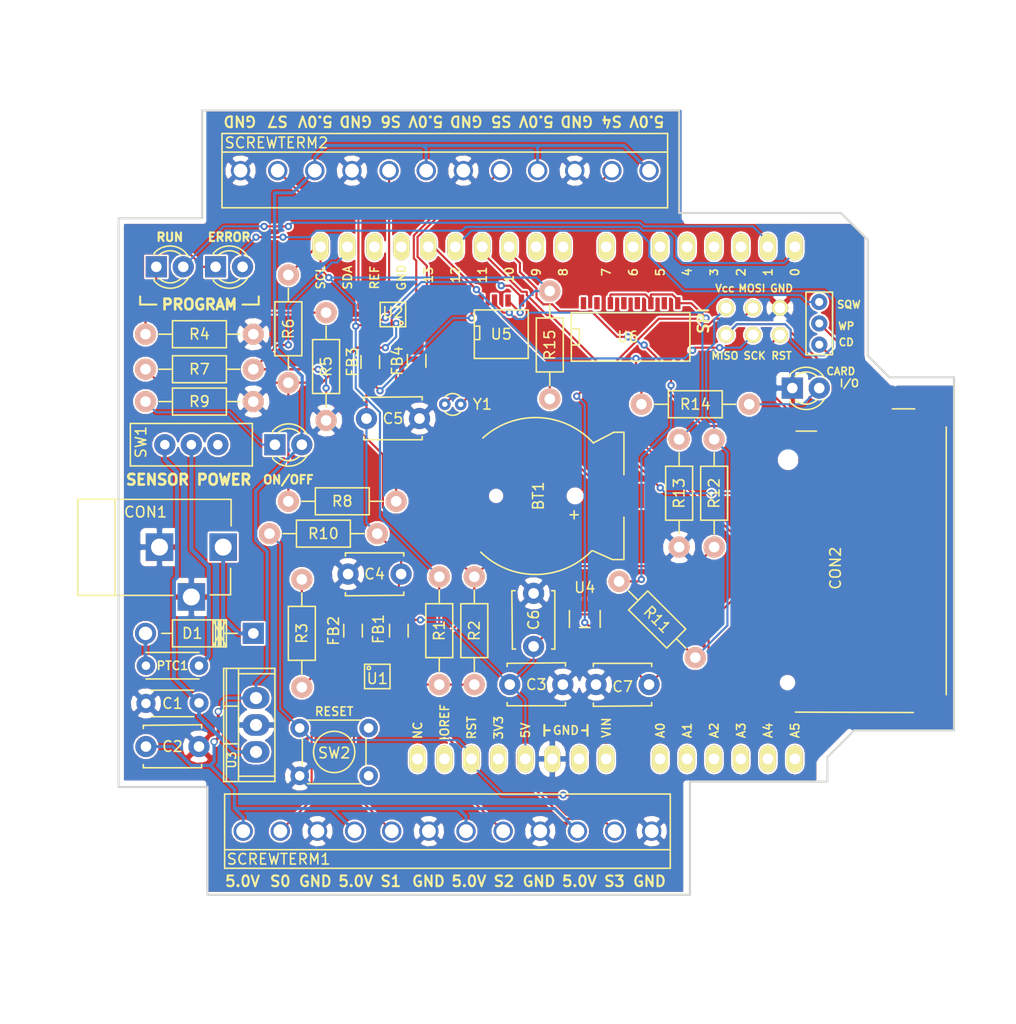
<source format=kicad_pcb>
(kicad_pcb (version 4) (host pcbnew 4.0.4-stable)
  (title_block (company "V.A. Webb"))
  (layers (0 F.Cu signal) (31 B.Cu signal) (34 B.Paste user) (35 F.Paste user) (36 B.SilkS user) (37 F.SilkS user) (38 B.Mask user) (39 F.Mask user) (44 Edge.Cuts user))
  (net 0 "")
  (net 1 GND)
  (net 2 /SCL)
  (net 3 /9V)
  (net 4 "Net-(D2-Pad1)")
  (net 5 "Net-(PTC1-Pad2)")
  (net 6 /V1_IN)
  (net 7 /AIN00)
  (net 8 /AIN02)
  (net 9 /AIN03)
  (net 10 /AIN01)
  (net 11 /AIN06)
  (net 12 /AIN07)
  (net 13 /AIN05)
  (net 14 /AIN04)
  (net 15 "Net-(CON1-Pad1)")
  (net 16 "Net-(D1-Pad2)")
  (net 17 /3P3V)
  (net 18 VCC)
  (net 19 /G1_GND)
  (net 20 /V2_IN)
  (net 21 /G2_GND)
  (net 22 /SDA)
  (net 23 /RST)
  (net 24 /MOSI)
  (net 25 /MISO)
  (net 26 /SCK)
  (net 27 "Net-(R3-Pad2)")
  (net 28 /D0)
  (net 29 "Net-(D4-Pad1)")
  (net 30 "Net-(R8-Pad2)")
  (net 31 "Net-(D3-Pad1)")
  (net 32 /D1)
  (net 33 /5V_SENS)
  (net 34 /CS)
  (net 35 /SD_SCKIN)
  (net 36 /SD_DATIN)
  (net 37 /SD_CSIN)
  (net 38 "Net-(BT1-Pad1)")
  (net 39 "Net-(U5-Pad2)")
  (net 40 "Net-(U5-Pad1)")
  (net 41 "Net-(R13-Pad2)")
  (net 42 "Net-(D5-Pad2)")
  (net 43 /CD)
  (net 44 /WP)
  (net 45 /SQW)
  (module freetronics_footprints:ARDUINO_SHIELD_VAW_2 (layer F.Cu) (at 95.740285 116.4812)
    (fp_text reference SHIELD1 hide)
    (fp_text value ARDUINO_SHIELD_VAW hide)
    (pad AD5 thru_hole oval (at 63.5 -2.54 90) (size 2.54 1.524) (drill 1.016) (layers *.Cu *.Mask F.SilkS))
    (pad AD4 thru_hole oval (at 60.96 -2.54 90) (size 2.54 1.524) (drill 1.016) (layers *.Cu *.Mask F.SilkS))
    (pad AD3 thru_hole oval (at 58.42 -2.54 90) (size 2.54 1.524) (drill 1.016) (layers *.Cu *.Mask F.SilkS))
    (pad AD0 thru_hole oval (at 50.8 -2.54 90) (size 2.54 1.524) (drill 1.016) (layers *.Cu *.Mask F.SilkS))
    (pad AD1 thru_hole oval (at 53.34 -2.54 90) (size 2.54 1.524) (drill 1.016) (layers *.Cu *.Mask F.SilkS))
    (pad AD2 thru_hole oval (at 55.88 -2.54 90) (size 2.54 1.524) (drill 1.016) (layers *.Cu *.Mask F.SilkS))
    (pad V_IN thru_hole oval (at 45.72 -2.54 90) (size 2.54 1.524) (drill 1.016) (layers *.Cu *.Mask F.SilkS))
    (pad GND2 thru_hole oval (at 43.18 -2.54 90) (size 2.54 1.524) (drill 1.016) (layers *.Cu *.Mask F.SilkS))
    (pad GND1 thru_hole oval (at 40.64 -2.54 90) (size 2.54 1.524) (drill 1.016) (layers *.Cu *.Mask F.SilkS) (net 1 GND))
    (pad 3V3 thru_hole oval (at 35.56 -2.54 90) (size 2.54 1.524) (drill 1.016) (layers *.Cu *.Mask F.SilkS))
    (pad RST thru_hole oval (at 33.02 -2.54 90) (size 2.54 1.524) (drill 1.016) (layers *.Cu *.Mask F.SilkS) (net 23 /RST))
    (pad 0 thru_hole oval (at 63.5 -50.8 90) (size 2.54 1.524) (drill 1.016) (layers *.Cu *.Mask F.SilkS) (net 28 /D0))
    (pad 1 thru_hole oval (at 60.96 -50.8 90) (size 2.54 1.524) (drill 1.016) (layers *.Cu *.Mask F.SilkS) (net 32 /D1))
    (pad 2 thru_hole oval (at 58.42 -50.8 90) (size 2.54 1.524) (drill 1.016) (layers *.Cu *.Mask F.SilkS))
    (pad 3 thru_hole oval (at 55.88 -50.8 90) (size 2.54 1.524) (drill 1.016) (layers *.Cu *.Mask F.SilkS))
    (pad 4 thru_hole oval (at 53.34 -50.8 90) (size 2.54 1.524) (drill 1.016) (layers *.Cu *.Mask F.SilkS))
    (pad 5 thru_hole oval (at 50.8 -50.8 90) (size 2.54 1.524) (drill 1.016) (layers *.Cu *.Mask F.SilkS))
    (pad 6 thru_hole oval (at 48.26 -50.8 90) (size 2.54 1.524) (drill 1.016) (layers *.Cu *.Mask F.SilkS))
    (pad 7 thru_hole oval (at 45.72 -50.8 90) (size 2.54 1.524) (drill 1.016) (layers *.Cu *.Mask F.SilkS))
    (pad 8 thru_hole oval (at 41.656 -50.8 90) (size 2.54 1.524) (drill 1.016) (layers *.Cu *.Mask F.SilkS))
    (pad 9 thru_hole oval (at 39.116 -50.8 90) (size 2.54 1.524) (drill 1.016) (layers *.Cu *.Mask F.SilkS))
    (pad 10 thru_hole oval (at 36.576 -50.8 90) (size 2.54 1.524) (drill 1.016) (layers *.Cu *.Mask F.SilkS) (net 34 /CS))
    (pad 11 thru_hole oval (at 34.036 -50.8 90) (size 2.54 1.524) (drill 1.016) (layers *.Cu *.Mask F.SilkS) (net 24 /MOSI))
    (pad 12 thru_hole oval (at 31.496 -50.8 90) (size 2.54 1.524) (drill 1.016) (layers *.Cu *.Mask F.SilkS) (net 25 /MISO))
    (pad 13 thru_hole oval (at 28.956 -50.8 90) (size 2.54 1.524) (drill 1.016) (layers *.Cu *.Mask F.SilkS) (net 26 /SCK))
    (pad GND3 thru_hole oval (at 26.416 -50.8 90) (size 2.54 1.524) (drill 1.016) (layers *.Cu *.Mask F.SilkS))
    (pad AREF thru_hole oval (at 23.876 -50.8 90) (size 2.54 1.524) (drill 1.016) (layers *.Cu *.Mask F.SilkS))
    (pad 5V thru_hole oval (at 38.1 -2.54 90) (size 2.54 1.524) (drill 1.016) (layers *.Cu *.Mask F.SilkS) (net 18 VCC))
    (pad SDA thru_hole oval (at 21.336 -50.8 90) (size 2.54 1.524) (drill 1.016) (layers *.Cu *.Mask F.SilkS) (net 22 /SDA))
    (pad SCL thru_hole oval (at 18.796 -50.8 90) (size 2.54 1.524) (drill 1.016) (layers *.Cu *.Mask F.SilkS) (net 2 /SCL))
    (pad IO_R thru_hole oval (at 30.48 -2.54 90) (size 2.54 1.524) (drill 1.016) (layers *.Cu *.Mask F.SilkS))
    (pad NC thru_hole oval (at 27.94 -2.54 90) (size 2.54 1.524) (drill 1.016) (layers *.Cu *.Mask F.SilkS))
    (pad SP1 thru_hole circle (at 57.02 -42.5 180) (size 1.524 1.524) (drill 1.016) (layers *.Cu *.Mask F.SilkS) (net 25 /MISO))
    (pad SP2 thru_hole circle (at 57.02 -45.04 180) (size 1.524 1.524) (drill 1.016) (layers *.Cu *.Mask F.SilkS) (net 18 VCC))
    (pad SP3 thru_hole circle (at 59.56 -42.5 180) (size 1.524 1.524) (drill 1.016) (layers *.Cu *.Mask F.SilkS) (net 26 /SCK))
    (pad SP4 thru_hole circle (at 59.56 -45.04 180) (size 1.524 1.524) (drill 1.016) (layers *.Cu *.Mask F.SilkS) (net 24 /MOSI))
    (pad SP5 thru_hole circle (at 62.1 -42.5 180) (size 1.524 1.524) (drill 1.016) (layers *.Cu *.Mask F.SilkS) (net 23 /RST))
    (pad SP6 thru_hole circle (at 62.1 -45.04 180) (size 1.524 1.524) (drill 1.016) (layers *.Cu *.Mask F.SilkS) (net 1 GND))
  )
  (module freetronics_footprints:SCREWTERM12_3.5 (layer F.Cu) (at 126.25 58.5 180)
    (fp_text reference SCREWTERM2 (at 15.8616 2.62 180) (layer F.SilkS))
    (fp_text value TEC1776275 hide)
    (pad 7 thru_hole circle (at 1.75 0 180) (size 1.824 1.824) (drill 1.3) (layers *.Cu *.Mask) (net 33 /5V_SENS))
    (pad 6 thru_hole circle (at -1.75 0 180) (size 1.824 1.824) (drill 1.3) (layers *.Cu *.Mask) (net 1 GND))
    (pad 8 thru_hole circle (at 5.25 0 180) (size 1.824 1.824) (drill 1.3) (layers *.Cu *.Mask) (net 11 /AIN06))
    (pad 9 thru_hole circle (at 8.75 0 180) (size 1.824 1.824) (drill 1.3) (layers *.Cu *.Mask) (net 1 GND))
    (pad 10 thru_hole circle (at 12.25 0 180) (size 1.824 1.824) (drill 1.3) (layers *.Cu *.Mask) (net 33 /5V_SENS))
    (pad 11 thru_hole circle (at 15.75 0 180) (size 1.824 1.824) (drill 1.3) (layers *.Cu *.Mask) (net 12 /AIN07))
    (pad 12 thru_hole circle (at 19.25 0 180) (size 1.824 1.824) (drill 1.3) (layers *.Cu *.Mask) (net 1 GND))
    (pad 5 thru_hole circle (at -5.25 0 180) (size 1.824 1.824) (drill 1.3) (layers *.Cu *.Mask) (net 13 /AIN05))
    (pad 4 thru_hole circle (at -8.75 0 180) (size 1.824 1.824) (drill 1.3) (layers *.Cu *.Mask) (net 33 /5V_SENS))
    (pad 3 thru_hole circle (at -12.25 0 180) (size 1.824 1.824) (drill 1.3) (layers *.Cu *.Mask) (net 1 GND))
    (pad 2 thru_hole circle (at -15.75 0 180) (size 1.824 1.824) (drill 1.3) (layers *.Cu *.Mask) (net 14 /AIN04))
    (pad 1 thru_hole circle (at -19.25 0 180) (size 1.824 1.824) (drill 1.3) (layers *.Cu *.Mask) (net 33 /5V_SENS))
  )
  (module freetronics_footprints:SCREWTERM12_3.5 (layer F.Cu) (at 126.5 120.75)
    (fp_text reference SCREWTERM1 (at -15.9084 2.6432) (layer F.SilkS))
    (fp_text value TEC1776275 hide)
    (pad 7 thru_hole circle (at 1.75 0) (size 1.824 1.824) (drill 1.3) (layers *.Cu *.Mask) (net 33 /5V_SENS))
    (pad 6 thru_hole circle (at -1.75 0) (size 1.824 1.824) (drill 1.3) (layers *.Cu *.Mask) (net 1 GND))
    (pad 8 thru_hole circle (at 5.25 0) (size 1.824 1.824) (drill 1.3) (layers *.Cu *.Mask) (net 8 /AIN02))
    (pad 9 thru_hole circle (at 8.75 0) (size 1.824 1.824) (drill 1.3) (layers *.Cu *.Mask) (net 1 GND))
    (pad 10 thru_hole circle (at 12.25 0) (size 1.824 1.824) (drill 1.3) (layers *.Cu *.Mask) (net 33 /5V_SENS))
    (pad 11 thru_hole circle (at 15.75 0) (size 1.824 1.824) (drill 1.3) (layers *.Cu *.Mask) (net 9 /AIN03))
    (pad 12 thru_hole circle (at 19.25 0) (size 1.824 1.824) (drill 1.3) (layers *.Cu *.Mask) (net 1 GND))
    (pad 5 thru_hole circle (at -5.25 0) (size 1.824 1.824) (drill 1.3) (layers *.Cu *.Mask) (net 10 /AIN01))
    (pad 4 thru_hole circle (at -8.75 0) (size 1.824 1.824) (drill 1.3) (layers *.Cu *.Mask) (net 33 /5V_SENS))
    (pad 3 thru_hole circle (at -12.25 0) (size 1.824 1.824) (drill 1.3) (layers *.Cu *.Mask) (net 1 GND))
    (pad 2 thru_hole circle (at -15.75 0) (size 1.824 1.824) (drill 1.3) (layers *.Cu *.Mask) (net 7 /AIN00))
    (pad 1 thru_hole circle (at -19.25 0) (size 1.824 1.824) (drill 1.3) (layers *.Cu *.Mask) (net 33 /5V_SENS))
  )
  (module LEDs:LED-3MM (layer F.Cu) (at 104.648 67.564)
    (fp_text reference D2 hide)
    (fp_text value LED hide)
    (pad 1 thru_hole rect (at 0 0 90) (size 2 2) (drill 1.00076) (layers *.Cu *.Mask) (net 4 "Net-(D2-Pad1)"))
    (pad 2 thru_hole circle (at 2.54 0) (size 2 2) (drill 1.00076) (layers *.Cu *.Mask) (net 28 /D0))
  )
  (module freetronics_footprints:PolySwitch_PTC_Radial (layer F.Cu) (at 100.584 105.156)
    (fp_text reference PTC1 (at 0 0) (layer F.SilkS) (effects (font (size 0.8 0.8))))
    (fp_text value PTC_Fuse hide)
    (pad 1 thru_hole circle (at -2.5 0) (size 1.75 1.75) (drill 0.8) (layers *.Cu *.Mask) (net 16 "Net-(D1-Pad2)"))
    (pad 2 thru_hole circle (at 2.5 0) (size 1.75 1.75) (drill 0.8) (layers *.Cu *.Mask) (net 5 "Net-(PTC1-Pad2)"))
  )
  (module Diodes_ThroughHole:Diode_DO-41_SOD81_Horizontal_RM10 (layer F.Cu) (at 108.204 102.108 180)
    (fp_text reference D1 (at 5.75 0 180) (layer F.SilkS))
    (fp_text value DIODE_edit hide)
    (pad 2 thru_hole circle (at 10.16 -0.00254) (size 1.99898 1.99898) (drill 1.27) (layers *.Cu *.Mask) (net 16 "Net-(D1-Pad2)"))
    (pad 1 thru_hole rect (at 0 -0.00254) (size 1.99898 1.99898) (drill 1.00076) (layers *.Cu *.Mask) (net 15 "Net-(CON1-Pad1)"))
  )
  (module freetronics_footprints:Switch_EG1218 (layer F.Cu) (at 102.362 84.328)
    (fp_text reference SW1 (at -4.75 -0.25 90) (layer F.SilkS))
    (fp_text value SWITCH_INV hide)
    (pad 3 thru_hole circle (at 2.5 0) (size 2 2) (drill 0.9) (layers *.Cu *.Mask))
    (pad 2 thru_hole circle (at 0 0) (size 2 2) (drill 0.9) (layers *.Cu *.Mask) (net 5 "Net-(PTC1-Pad2)"))
    (pad 1 thru_hole circle (at -2.5 0) (size 2 2) (drill 0.9) (layers *.Cu *.Mask) (net 3 /9V))
  )
  (module VAW_FootPrints:Capacitor_5p5x4_5Pitch (layer F.Cu) (at 134.874 106.934)
    (fp_text reference C3 (at 0 0) (layer F.SilkS))
    (fp_text value 1µF hide)
    (pad 1 thru_hole circle (at -2.5 0) (size 2 2) (drill 1) (layers *.Cu *.Mask) (net 18 VCC))
    (pad 2 thru_hole circle (at 2.5 0) (size 2 2) (drill 1) (layers *.Cu *.Mask) (net 1 GND))
  )
  (module VAW_FootPrints:Capacitor_5p5x4_5Pitch (layer F.Cu) (at 119.634 96.52 180)
    (fp_text reference C4 (at 0 0 180) (layer F.SilkS))
    (fp_text value 1µF hide)
    (pad 1 thru_hole circle (at -2.5 0 180) (size 2 2) (drill 1) (layers *.Cu *.Mask) (net 18 VCC))
    (pad 2 thru_hole circle (at 2.5 0 180) (size 2 2) (drill 1) (layers *.Cu *.Mask) (net 1 GND))
  )
  (module VAW_FootPrints:Capacitor_5p5x4_5Pitch (layer F.Cu) (at 121.3678 81.8636)
    (fp_text reference C5 (at 0 0) (layer F.SilkS))
    (fp_text value 1µF hide)
    (pad 1 thru_hole circle (at -2.5 0) (size 2 2) (drill 1) (layers *.Cu *.Mask) (net 18 VCC))
    (pad 2 thru_hole circle (at 2.5 0) (size 2 2) (drill 1) (layers *.Cu *.Mask) (net 1 GND))
  )
  (module Resistors_SMD:R_0805_HandSoldering (layer F.Cu) (at 119.2276 76.5302 90)
    (fp_text reference FB3 (at 0 -1.7018 90) (layer F.SilkS))
    (fp_text value "Ferrite Bead" hide)
    (pad 1 smd rect (at -1.35 0 90) (size 1.5 1.3) (layers F.Cu F.Paste F.Mask) (net 18 VCC))
    (pad 2 smd rect (at 1.35 0 90) (size 1.5 1.3) (layers F.Cu F.Paste F.Mask) (net 20 /V2_IN))
  )
  (module Resistors_SMD:R_0805_HandSoldering (layer F.Cu) (at 123.5964 76.4286 90)
    (fp_text reference FB4 (at 0 -1.8288 90) (layer F.SilkS))
    (fp_text value "Ferrite Bead" hide)
    (pad 1 smd rect (at -1.35 0 90) (size 1.5 1.3) (layers F.Cu F.Paste F.Mask) (net 1 GND))
    (pad 2 smd rect (at 1.35 0 90) (size 1.5 1.3) (layers F.Cu F.Paste F.Mask) (net 21 /G2_GND))
  )
  (module Resistors_SMD:R_0805_HandSoldering (layer F.Cu) (at 121.92 101.854 270)
    (fp_text reference FB1 (at -0.1524 1.9304 270) (layer F.SilkS))
    (fp_text value "Ferrite Bead" hide)
    (pad 1 smd rect (at -1.35 0 270) (size 1.5 1.3) (layers F.Cu F.Paste F.Mask) (net 18 VCC))
    (pad 2 smd rect (at 1.35 0 270) (size 1.5 1.3) (layers F.Cu F.Paste F.Mask) (net 6 /V1_IN))
  )
  (module Resistors_SMD:R_0805_HandSoldering (layer F.Cu) (at 117.602 101.854 270)
    (fp_text reference FB2 (at 0.0144 1.8354 270) (layer F.SilkS))
    (fp_text value "Ferrite Bead" hide)
    (pad 1 smd rect (at -1.35 0 270) (size 1.5 1.3) (layers F.Cu F.Paste F.Mask) (net 1 GND))
    (pad 2 smd rect (at 1.35 0 270) (size 1.5 1.3) (layers F.Cu F.Paste F.Mask) (net 19 /G1_GND))
  )
  (module VAW_FootPrints:MSOP-10 (layer F.Cu) (at 119.888 106.172 270)
    (fp_text reference U1 (at 0.2032 0 360) (layer F.SilkS))
    (fp_text value ADS115IDGST hide)
    (pad 10 smd rect (at -1 -2.2 270) (size 0.3 1.5) (layers F.Cu F.Paste F.Mask) (net 2 /SCL))
    (pad 1 smd rect (at -1 2.2 270) (size 0.3 1.5) (layers F.Cu F.Paste F.Mask) (net 19 /G1_GND))
    (pad 9 smd rect (at -0.5 -2.2 270) (size 0.3 1.5) (layers F.Cu F.Paste F.Mask) (net 22 /SDA))
    (pad 2 smd rect (at -0.5 2.2 270) (size 0.3 1.5) (layers F.Cu F.Paste F.Mask) (net 27 "Net-(R3-Pad2)"))
    (pad 8 smd rect (at 0 -2.2 270) (size 0.3 1.5) (layers F.Cu F.Paste F.Mask) (net 6 /V1_IN))
    (pad 3 smd rect (at 0 2.2 270) (size 0.3 1.5) (layers F.Cu F.Paste F.Mask) (net 19 /G1_GND))
    (pad 7 smd rect (at 0.5 -2.2 270) (size 0.3 1.5) (layers F.Cu F.Paste F.Mask) (net 9 /AIN03))
    (pad 4 smd rect (at 0.5 2.2 270) (size 0.3 1.5) (layers F.Cu F.Paste F.Mask) (net 7 /AIN00))
    (pad 6 smd rect (at 1 -2.2 270) (size 0.3 1.5) (layers F.Cu F.Paste F.Mask) (net 8 /AIN02))
    (pad 5 smd rect (at 1 2.2 270) (size 0.3 1.5) (layers F.Cu F.Paste F.Mask) (net 10 /AIN01))
  )
  (module VAW_FootPrints:Capacitor_4x2p5_5Pitch (layer F.Cu) (at 100.584 108.712 180)
    (fp_text reference C1 (at 0 0 180) (layer F.SilkS))
    (fp_text value 0.1µF hide)
    (pad 1 thru_hole circle (at -2.5 0.05 180) (size 1.8 1.8) (drill 0.9) (layers *.Cu *.Mask) (net 3 /9V))
    (pad 2 thru_hole circle (at 2.5 0 180) (size 1.8 1.8) (drill 0.9) (layers *.Cu *.Mask) (net 1 GND))
  )
  (module VAW_FootPrints:Capacitor_5p5x4_5Pitch (layer F.Cu) (at 100.584 112.776)
    (fp_text reference C2 (at 0 0) (layer F.SilkS))
    (fp_text value 10µF hide)
    (pad 1 thru_hole circle (at -2.5 0) (size 2 2) (drill 1) (layers *.Cu *.Mask) (net 33 /5V_SENS))
    (pad 2 thru_hole circle (at 2.5 0) (size 2 2) (drill 1) (layers *.Cu *.Mask) (net 1 GND))
  )
  (module VAW_FootPrints:TactileSwitch_6x6mm (layer F.Cu) (at 115.824 113.284)
    (fp_text reference SW2 (at 0 0.1016) (layer F.SilkS))
    (fp_text value SPST hide)
    (pad 3 thru_hole circle (at 3.25 2.25) (size 1.75 1.75) (drill 0.9) (layers *.Cu *.Mask))
    (pad 4 thru_hole circle (at 3.25 -2.25) (size 1.75 1.75) (drill 0.9) (layers *.Cu *.Mask))
    (pad 2 thru_hole circle (at -3.25 -2.25) (size 1.75 1.75) (drill 0.9) (layers *.Cu *.Mask) (net 23 /RST))
    (pad 1 thru_hole circle (at -3.25 2.25) (size 1.75 1.75) (drill 0.9) (layers *.Cu *.Mask) (net 1 GND))
  )
  (module VAW_FootPrints:MSOP-10 (layer F.Cu) (at 121.3612 72.0598 90)
    (fp_text reference U2 (at 0.2032 0 180) (layer F.SilkS))
    (fp_text value ADS115IDGST hide)
    (pad 10 smd rect (at -1 -2.2 90) (size 0.3 1.5) (layers F.Cu F.Paste F.Mask) (net 2 /SCL))
    (pad 1 smd rect (at -1 2.2 90) (size 0.3 1.5) (layers F.Cu F.Paste F.Mask) (net 20 /V2_IN))
    (pad 9 smd rect (at -0.5 -2.2 90) (size 0.3 1.5) (layers F.Cu F.Paste F.Mask) (net 22 /SDA))
    (pad 2 smd rect (at -0.5 2.2 90) (size 0.3 1.5) (layers F.Cu F.Paste F.Mask) (net 30 "Net-(R8-Pad2)"))
    (pad 8 smd rect (at 0 -2.2 90) (size 0.3 1.5) (layers F.Cu F.Paste F.Mask) (net 20 /V2_IN))
    (pad 3 smd rect (at 0 2.2 90) (size 0.3 1.5) (layers F.Cu F.Paste F.Mask) (net 21 /G2_GND))
    (pad 7 smd rect (at 0.5 -2.2 90) (size 0.3 1.5) (layers F.Cu F.Paste F.Mask) (net 12 /AIN07))
    (pad 4 smd rect (at 0.5 2.2 90) (size 0.3 1.5) (layers F.Cu F.Paste F.Mask) (net 14 /AIN04))
    (pad 6 smd rect (at 1 -2.2 90) (size 0.3 1.5) (layers F.Cu F.Paste F.Mask) (net 11 /AIN06))
    (pad 5 smd rect (at 1 2.2 90) (size 0.3 1.5) (layers F.Cu F.Paste F.Mask) (net 13 /AIN05))
  )
  (module LEDs:LED-3MM (layer F.Cu) (at 110.236 84.328)
    (fp_text reference D4 hide)
    (fp_text value LED hide)
    (pad 1 thru_hole rect (at 0 0 90) (size 2 2) (drill 1.00076) (layers *.Cu *.Mask) (net 29 "Net-(D4-Pad1)"))
    (pad 2 thru_hole circle (at 2.54 0) (size 2 2) (drill 1.00076) (layers *.Cu *.Mask) (net 33 /5V_SENS))
  )
  (module LEDs:LED-3MM (layer F.Cu) (at 99.06 67.564)
    (fp_text reference D3 hide)
    (fp_text value LED hide)
    (pad 1 thru_hole rect (at 0 0 90) (size 2 2) (drill 1.00076) (layers *.Cu *.Mask) (net 31 "Net-(D3-Pad1)"))
    (pad 2 thru_hole circle (at 2.54 0) (size 2 2) (drill 1.00076) (layers *.Cu *.Mask) (net 32 /D1))
  )
  (module Resistors_ThroughHole:Resistor_Horizontal_RM10mm (layer F.Cu) (at 125.73 106.934 90)
    (fp_text reference R1 (at 5.08 0 90) (layer F.SilkS))
    (fp_text value 10K hide)
    (pad 1 thru_hole circle (at 0 0 90) (size 1.99898 1.99898) (drill 1.00076) (layers *.Cu *.SilkS *.Mask) (net 6 /V1_IN))
    (pad 2 thru_hole circle (at 10.16 0 90) (size 1.99898 1.99898) (drill 1.00076) (layers *.Cu *.SilkS *.Mask) (net 2 /SCL))
  )
  (module Resistors_ThroughHole:Resistor_Horizontal_RM10mm (layer F.Cu) (at 129.032 106.934 90)
    (fp_text reference R2 (at 5.08 0 90) (layer F.SilkS))
    (fp_text value 10K hide)
    (pad 1 thru_hole circle (at 0 0 90) (size 1.99898 1.99898) (drill 1.00076) (layers *.Cu *.SilkS *.Mask) (net 6 /V1_IN))
    (pad 2 thru_hole circle (at 10.16 0 90) (size 1.99898 1.99898) (drill 1.00076) (layers *.Cu *.SilkS *.Mask) (net 22 /SDA))
  )
  (module Resistors_ThroughHole:Resistor_Horizontal_RM10mm (layer F.Cu) (at 112.776 97.028 270)
    (fp_text reference R3 (at 5.08 0 270) (layer F.SilkS))
    (fp_text value 10K hide)
    (pad 1 thru_hole circle (at 0 0 270) (size 1.99898 1.99898) (drill 1.00076) (layers *.Cu *.SilkS *.Mask) (net 6 /V1_IN))
    (pad 2 thru_hole circle (at 10.16 0 270) (size 1.99898 1.99898) (drill 1.00076) (layers *.Cu *.SilkS *.Mask) (net 27 "Net-(R3-Pad2)"))
  )
  (module Resistors_ThroughHole:Resistor_Horizontal_RM10mm (layer F.Cu) (at 98.044 73.914)
    (fp_text reference R4 (at 5.08 0) (layer F.SilkS))
    (fp_text value 1K hide)
    (pad 1 thru_hole circle (at 0 0) (size 1.99898 1.99898) (drill 1.00076) (layers *.Cu *.SilkS *.Mask) (net 4 "Net-(D2-Pad1)"))
    (pad 2 thru_hole circle (at 10.16 0) (size 1.99898 1.99898) (drill 1.00076) (layers *.Cu *.SilkS *.Mask) (net 1 GND))
  )
  (module Resistors_ThroughHole:Resistor_Horizontal_RM10mm (layer F.Cu) (at 115.062 71.882 270)
    (fp_text reference R5 (at 5.08 0 270) (layer F.SilkS))
    (fp_text value 1K hide)
    (pad 1 thru_hole circle (at 0 0 270) (size 1.99898 1.99898) (drill 1.00076) (layers *.Cu *.SilkS *.Mask) (net 31 "Net-(D3-Pad1)"))
    (pad 2 thru_hole circle (at 10.16 0 270) (size 1.99898 1.99898) (drill 1.00076) (layers *.Cu *.SilkS *.Mask) (net 1 GND))
  )
  (module Resistors_ThroughHole:Resistor_Horizontal_RM10mm (layer F.Cu) (at 111.506 78.486 90)
    (fp_text reference R6 (at 5.08 0 90) (layer F.SilkS))
    (fp_text value 10K hide)
    (pad 1 thru_hole circle (at 0 0 90) (size 1.99898 1.99898) (drill 1.00076) (layers *.Cu *.SilkS *.Mask) (net 20 /V2_IN))
    (pad 2 thru_hole circle (at 10.16 0 90) (size 1.99898 1.99898) (drill 1.00076) (layers *.Cu *.SilkS *.Mask) (net 2 /SCL))
  )
  (module Resistors_ThroughHole:Resistor_Horizontal_RM10mm (layer F.Cu) (at 98.044 77.216)
    (fp_text reference R7 (at 5.08 0) (layer F.SilkS))
    (fp_text value 10K hide)
    (pad 1 thru_hole circle (at 0 0) (size 1.99898 1.99898) (drill 1.00076) (layers *.Cu *.SilkS *.Mask) (net 20 /V2_IN))
    (pad 2 thru_hole circle (at 10.16 0) (size 1.99898 1.99898) (drill 1.00076) (layers *.Cu *.SilkS *.Mask) (net 22 /SDA))
  )
  (module Resistors_ThroughHole:Resistor_Horizontal_RM10mm (layer F.Cu) (at 111.506 89.662)
    (fp_text reference R8 (at 5.08 0) (layer F.SilkS))
    (fp_text value 10K hide)
    (pad 1 thru_hole circle (at 0 0) (size 1.99898 1.99898) (drill 1.00076) (layers *.Cu *.SilkS *.Mask) (net 20 /V2_IN))
    (pad 2 thru_hole circle (at 10.16 0) (size 1.99898 1.99898) (drill 1.00076) (layers *.Cu *.SilkS *.Mask) (net 30 "Net-(R8-Pad2)"))
  )
  (module Resistors_ThroughHole:Resistor_Horizontal_RM10mm (layer F.Cu) (at 98.044 80.264)
    (fp_text reference R9 (at 5.08 0) (layer F.SilkS))
    (fp_text value 1K hide)
    (pad 1 thru_hole circle (at 0 0) (size 1.99898 1.99898) (drill 1.00076) (layers *.Cu *.SilkS *.Mask) (net 29 "Net-(D4-Pad1)"))
    (pad 2 thru_hole circle (at 10.16 0) (size 1.99898 1.99898) (drill 1.00076) (layers *.Cu *.SilkS *.Mask) (net 1 GND))
  )
  (module Resistors_ThroughHole:Resistor_Horizontal_RM10mm (layer F.Cu) (at 119.888 92.71 180)
    (fp_text reference R10 (at 5.08 0 180) (layer F.SilkS))
    (fp_text value 10K hide)
    (pad 1 thru_hole circle (at 0 0 180) (size 1.99898 1.99898) (drill 1.00076) (layers *.Cu *.SilkS *.Mask) (net 18 VCC))
    (pad 2 thru_hole circle (at 10.16 0 180) (size 1.99898 1.99898) (drill 1.00076) (layers *.Cu *.SilkS *.Mask) (net 23 /RST))
  )
  (module Power_Integrations:TO-220 (layer F.Cu) (at 108.458 110.744 90)
    (fp_text reference U3 (at -3.302 -2.286 90) (layer F.SilkS) (effects (font (size 0.8 0.8))))
    (fp_text value LM7805CT hide)
    (pad 2 thru_hole oval (at 0 0 90) (size 2.032 2.54) (drill 1.143) (layers *.Cu *.Mask) (net 1 GND))
    (pad 3 thru_hole oval (at 2.54 0 90) (size 2.032 2.54) (drill 1.143) (layers *.Cu *.Mask) (net 33 /5V_SENS))
    (pad 1 thru_hole oval (at -2.54 0 90) (size 2.032 2.54) (drill 1.143) (layers *.Cu *.Mask) (net 3 /9V))
  )
  (module SMD_Packages:SO-16-N (layer F.Cu) (at 143.764 74.168)
    (fp_text reference U6 (at -0.254 0) (layer F.SilkS))
    (fp_text value CD74HC4050 hide)
    (pad 16 smd rect (at -4.445 -3.175) (size 0.508 1.143) (layers F.Cu F.Paste F.Mask))
    (pad 14 smd rect (at -1.905 -3.175) (size 0.508 1.143) (layers F.Cu F.Paste F.Mask) (net 41 "Net-(R13-Pad2)"))
    (pad 13 smd rect (at -0.635 -3.175) (size 0.508 1.143) (layers F.Cu F.Paste F.Mask))
    (pad 12 smd rect (at 0.635 -3.175) (size 0.508 1.143) (layers F.Cu F.Paste F.Mask))
    (pad 11 smd rect (at 1.905 -3.175) (size 0.508 1.143) (layers F.Cu F.Paste F.Mask) (net 41 "Net-(R13-Pad2)"))
    (pad 10 smd rect (at 3.175 -3.175) (size 0.508 1.143) (layers F.Cu F.Paste F.Mask))
    (pad 9 smd rect (at 4.445 -3.175) (size 0.508 1.143) (layers F.Cu F.Paste F.Mask) (net 41 "Net-(R13-Pad2)"))
    (pad 8 smd rect (at 4.445 3.175) (size 0.508 1.143) (layers F.Cu F.Paste F.Mask) (net 1 GND))
    (pad 7 smd rect (at 3.175 3.175) (size 0.508 1.143) (layers F.Cu F.Paste F.Mask) (net 34 /CS))
    (pad 6 smd rect (at 1.905 3.175) (size 0.508 1.143) (layers F.Cu F.Paste F.Mask) (net 37 /SD_CSIN))
    (pad 5 smd rect (at 0.635 3.175) (size 0.508 1.143) (layers F.Cu F.Paste F.Mask) (net 26 /SCK))
    (pad 4 smd rect (at -0.635 3.175) (size 0.508 1.143) (layers F.Cu F.Paste F.Mask) (net 35 /SD_SCKIN))
    (pad 3 smd rect (at -1.905 3.175) (size 0.508 1.143) (layers F.Cu F.Paste F.Mask) (net 24 /MOSI))
    (pad 2 smd rect (at -3.175 3.175) (size 0.508 1.143) (layers F.Cu F.Paste F.Mask) (net 36 /SD_DATIN))
    (pad 1 smd rect (at -4.445 3.175) (size 0.508 1.143) (layers F.Cu F.Paste F.Mask) (net 17 /3P3V))
    (pad 15 smd rect (at -3.175 -3.175) (size 0.508 1.143) (layers F.Cu F.Paste F.Mask))
  )
  (module VAW_FootPrints:Capacitor_5p5x4_5Pitch (layer F.Cu) (at 134.62 100.838 90)
    (fp_text reference C6 (at 0 0 90) (layer F.SilkS))
    (fp_text value 1µF hide)
    (pad 1 thru_hole circle (at -2.5 0 90) (size 2 2) (drill 1) (layers *.Cu *.Mask) (net 18 VCC))
    (pad 2 thru_hole circle (at 2.5 0 90) (size 2 2) (drill 1) (layers *.Cu *.Mask) (net 1 GND))
  )
  (module VAW_FootPrints:Capacitor_5p5x4_5Pitch (layer F.Cu) (at 143.002 106.934 180)
    (fp_text reference C7 (at -0.0127 -0.198001 180) (layer F.SilkS))
    (fp_text value 1µF hide)
    (pad 1 thru_hole circle (at -2.5 0 180) (size 2 2) (drill 1) (layers *.Cu *.Mask) (net 17 /3P3V))
    (pad 2 thru_hole circle (at 2.5 0 180) (size 2 2) (drill 1) (layers *.Cu *.Mask) (net 1 GND))
  )
  (module Resistors_ThroughHole:Resistor_Horizontal_RM10mm (layer F.Cu) (at 149.86 104.394 135)
    (fp_text reference R11 (at 5.08 0 135) (layer F.SilkS))
    (fp_text value 10K hide)
    (pad 1 thru_hole circle (at 0 0 135) (size 1.99898 1.99898) (drill 1.00076) (layers *.Cu *.SilkS *.Mask) (net 18 VCC))
    (pad 2 thru_hole circle (at 10.16 0 135) (size 1.99898 1.99898) (drill 1.00076) (layers *.Cu *.SilkS *.Mask) (net 34 /CS))
  )
  (module Resistors_ThroughHole:Resistor_Horizontal_RM10mm (layer F.Cu) (at 151.638 83.82 270)
    (fp_text reference R12 (at 5.08 0 270) (layer F.SilkS))
    (fp_text value 2.2K hide)
    (pad 1 thru_hole circle (at 0 0 270) (size 1.99898 1.99898) (drill 1.00076) (layers *.Cu *.SilkS *.Mask) (net 18 VCC))
    (pad 2 thru_hole circle (at 10.16 0 270) (size 1.99898 1.99898) (drill 1.00076) (layers *.Cu *.SilkS *.Mask) (net 22 /SDA))
  )
  (module Resistors_ThroughHole:Resistor_Horizontal_RM10mm (layer F.Cu) (at 148.336 93.98 90)
    (fp_text reference R13 (at 5.08 0 90) (layer F.SilkS))
    (fp_text value 2.2K hide)
    (pad 1 thru_hole circle (at 0 0 90) (size 1.99898 1.99898) (drill 1.00076) (layers *.Cu *.SilkS *.Mask) (net 1 GND))
    (pad 2 thru_hole circle (at 10.16 0 90) (size 1.99898 1.99898) (drill 1.00076) (layers *.Cu *.SilkS *.Mask) (net 41 "Net-(R13-Pad2)"))
  )
  (module VAW_FootPrints:SD_101-00708-64 (layer F.Cu) (at 156.21 95.25 90)
    (fp_text reference CON2 (at -0.72 6.86 90) (layer F.SilkS))
    (fp_text value SD_MMC)
    (pad 6 smd rect (at -5.62 -0.46 90) (size 1 1.5) (layers F.Cu F.Paste F.Mask) (net 1 GND))
    (pad 5 smd rect (at -3.12 -0.46 90) (size 1 1.5) (layers F.Cu F.Paste F.Mask) (net 35 /SD_SCKIN))
    (pad 4 smd rect (at -0.62 -0.46 90) (size 1 1.5) (layers F.Cu F.Paste F.Mask) (net 17 /3P3V))
    (pad 3 smd rect (at 1.88 -0.46 90) (size 1 1.5) (layers F.Cu F.Paste F.Mask) (net 1 GND))
    (pad 2 smd rect (at 4.38 -0.46 90) (size 1 1.5) (layers F.Cu F.Paste F.Mask) (net 36 /SD_DATIN))
    (pad 1 smd rect (at 6.89 -0.46 90) (size 1 1.5) (layers F.Cu F.Paste F.Mask) (net 37 /SD_CSIN))
    (pad 9 smd rect (at 9.38 -0.46 90) (size 1 1.5) (layers F.Cu F.Paste F.Mask))
    (pad 7 smd rect (at -8.04 -0.46 90) (size 1 1.5) (layers F.Cu F.Paste F.Mask) (net 25 /MISO))
    (pad 8 smd rect (at -9.74 -0.46 90) (size 1 1.5) (layers F.Cu F.Paste F.Mask))
    (pad 10 smd rect (at -11.08 -0.46 90) (size 0.7 1.5) (layers F.Cu F.Paste F.Mask) (net 43 /CD))
    (pad 11 smd rect (at -12.28 -0.46 90) (size 0.7 1.5) (layers F.Cu F.Paste F.Mask) (net 44 /WP))
    (pad 12 smd rect (at -13.65 1.4 90) (size 1.5 2.8) (layers F.Cu F.Paste F.Mask) (net 1 GND))
    (pad 13 smd rect (at 11.45 1.4 90) (size 1.5 2.8) (layers F.Cu F.Paste F.Mask) (net 1 GND))
    (pad 14 smd rect (at -13.65 15.9 90) (size 1.5 2.8) (layers F.Cu F.Paste F.Mask) (net 1 GND))
    (pad 15 smd rect (at 13.65 15.9 90) (size 1.5 2.8) (layers F.Cu F.Paste F.Mask) (net 1 GND))
    (pad "" np_thru_hole circle (at -11.5 2.34 90) (size 1.1 1.1) (drill 1.1) (layers *.Cu *.Mask))
    (pad "" np_thru_hole circle (at 9.5 2.4 90) (size 1.6 1.6) (drill 1.6) (layers *.Cu *.Mask))
  )
  (module VAW_FootPrints:Coin_Cell_Batt_12mm (layer F.Cu) (at 145.034 89.154 90)
    (fp_text reference BT1 (at 0 -9.971 90) (layer F.SilkS))
    (fp_text value CR1220 hide)
    (fp_text user + (at -1.778 -6.669 90) (layer F.SilkS))
    (pad 2 smd rect (at 0 -18.65 90) (size 2.3 4.5) (layers F.Cu F.Paste F.Mask) (net 1 GND))
    (pad 1 smd rect (at 0 -2.25 90) (size 2.3 4.5) (layers F.Cu F.Paste F.Mask) (net 38 "Net-(BT1-Pad1)"))
    (pad "" np_thru_hole circle (at 0 -13.95 90) (size 1 1) (drill 1) (layers *.Cu *.Mask))
    (pad "" np_thru_hole circle (at 0 -6.5 90) (size 1.25 1.25) (drill 1.25) (layers *.Cu *.Mask))
  )
  (module SMD_Packages:SOIC-8-N (layer F.Cu) (at 131.572 73.914)
    (fp_text reference U5 (at 0 0) (layer F.SilkS))
    (fp_text value PCF8523 hide)
    (pad 8 smd rect (at -1.905 -3.175) (size 0.508 1.143) (layers F.Cu F.Paste F.Mask) (net 18 VCC))
    (pad 7 smd rect (at -0.635 -3.175) (size 0.508 1.143) (layers F.Cu F.Paste F.Mask) (net 45 /SQW))
    (pad 6 smd rect (at 0.635 -3.175) (size 0.508 1.143) (layers F.Cu F.Paste F.Mask) (net 2 /SCL))
    (pad 5 smd rect (at 1.905 -3.175) (size 0.508 1.143) (layers F.Cu F.Paste F.Mask) (net 22 /SDA))
    (pad 4 smd rect (at 1.905 3.175) (size 0.508 1.143) (layers F.Cu F.Paste F.Mask) (net 1 GND))
    (pad 3 smd rect (at 0.635 3.175) (size 0.508 1.143) (layers F.Cu F.Paste F.Mask) (net 38 "Net-(BT1-Pad1)"))
    (pad 2 smd rect (at -0.635 3.175) (size 0.508 1.143) (layers F.Cu F.Paste F.Mask) (net 39 "Net-(U5-Pad2)"))
    (pad 1 smd rect (at -1.905 3.175) (size 0.508 1.143) (layers F.Cu F.Paste F.Mask) (net 40 "Net-(U5-Pad1)"))
  )
  (module VAW_FootPrints:SOT23-5 (layer F.Cu) (at 139.446 99.568)
    (fp_text reference U4 (at 0 -1.778) (layer F.SilkS))
    (fp_text value MIC5225_3P3 hide)
    (pad 5 smd rect (at 0.95 2.4) (size 0.65 1) (layers F.Cu F.Paste F.Mask) (net 17 /3P3V))
    (pad 4 smd rect (at -0.95 2.4) (size 0.65 1) (layers F.Cu F.Paste F.Mask))
    (pad 3 smd rect (at -0.95 0) (size 0.65 1) (layers F.Cu F.Paste F.Mask) (net 18 VCC))
    (pad 1 smd rect (at 0.95 0) (size 0.65 1) (layers F.Cu F.Paste F.Mask) (net 18 VCC))
    (pad 2 smd rect (at 0 0) (size 0.65 1) (layers F.Cu F.Paste F.Mask) (net 1 GND))
  )
  (module VAW_FootPrints:Crystal_CFS-206 (layer F.Cu) (at 127 80.518 90)
    (fp_text reference Y1 (at 0 2.794 180) (layer F.SilkS))
    (fp_text value 32.768kHz hide)
    (pad 1 thru_hole circle (at 0 -0.75 90) (size 1.1 1.1) (drill 0.5) (layers *.Cu *.Mask) (net 40 "Net-(U5-Pad1)"))
    (pad 2 thru_hole circle (at -0.01 0.75 90) (size 1.1 1.1) (drill 0.5) (layers *.Cu *.Mask) (net 39 "Net-(U5-Pad2)"))
  )
  (module LEDs:LED-3MM (layer F.Cu) (at 159.004 78.994)
    (fp_text reference D5 hide)
    (fp_text value LED hide)
    (pad 1 thru_hole rect (at 0 0 90) (size 2 2) (drill 1.00076) (layers *.Cu *.Mask) (net 1 GND))
    (pad 2 thru_hole circle (at 2.54 0) (size 2 2) (drill 1.00076) (layers *.Cu *.Mask) (net 42 "Net-(D5-Pad2)"))
  )
  (module Resistors_ThroughHole:Resistor_Horizontal_RM10mm (layer F.Cu) (at 136.144 80.01 90)
    (fp_text reference R15 (at 5.08 0 90) (layer F.SilkS))
    (fp_text value 2.2K hide)
    (pad 1 thru_hole circle (at 0 0 90) (size 1.99898 1.99898) (drill 1.00076) (layers *.Cu *.SilkS *.Mask) (net 18 VCC))
    (pad 2 thru_hole circle (at 10.16 0 90) (size 1.99898 1.99898) (drill 1.00076) (layers *.Cu *.SilkS *.Mask) (net 2 /SCL))
  )
  (module Resistors_ThroughHole:Resistor_Horizontal_RM10mm (layer F.Cu) (at 144.78 80.518)
    (fp_text reference R14 (at 5.08 0) (layer F.SilkS))
    (fp_text value 2.2K hide)
    (pad 1 thru_hole circle (at 0 0) (size 1.99898 1.99898) (drill 1.00076) (layers *.Cu *.SilkS *.Mask) (net 26 /SCK))
    (pad 2 thru_hole circle (at 10.16 0) (size 1.99898 1.99898) (drill 1.00076) (layers *.Cu *.SilkS *.Mask) (net 42 "Net-(D5-Pad2)"))
  )
  (module VAW_FootPrints:Three_Hole_Jump (layer F.Cu) (at 161.544 72.898 90)
    (fp_text reference P1 hide)
    (fp_text value CONN_01X03 hide)
    (pad 2 thru_hole circle (at 0 0 90) (size 1.524 1.524) (drill 0.762) (layers *.Cu *.Mask) (net 44 /WP))
    (pad 3 thru_hole circle (at 2.02 -0.01 90) (size 1.524 1.524) (drill 0.762) (layers *.Cu *.Mask) (net 45 /SQW))
    (pad 1 thru_hole circle (at -2 0 90) (size 1.524 1.524) (drill 0.762) (layers *.Cu *.Mask) (net 43 /CD))
  )
  (module VAW_FootPrints:BarrelJack_PJ102A (layer F.Cu) (at 102.362 93.98 90)
    (fp_text reference CON1 (at 3.302 -4.318 180) (layer F.SilkS))
    (fp_text value BARREL_JACK)
    (pad 2 thru_hole rect (at 0 -3 180) (size 2.6 2.6) (drill 1.6) (layers *.Cu *.Mask) (net 1 GND))
    (pad 1 thru_hole rect (at 0 3 180) (size 2.6 2.6) (drill 1.6) (layers *.Cu *.Mask) (net 15 "Net-(CON1-Pad1)"))
    (pad 3 thru_hole rect (at -4.7 0 90) (size 2.6 2.6) (drill 1.6) (layers *.Cu *.Mask) (net 1 GND))
  )
  (gr_line (start 95.504 116.586) (end 95.504 115.824) (angle 90) (layer Edge.Cuts) (width 0.2))
  (gr_line (start 95.758 116.586) (end 95.504 116.586) (angle 90) (layer Edge.Cuts) (width 0.2))
  (gr_line (start 103.886 116.586) (end 95.758 116.586) (angle 90) (layer Edge.Cuts) (width 0.2))
  (gr_line (start 103.886 126.746) (end 103.886 116.586) (angle 90) (layer Edge.Cuts) (width 0.2))
  (gr_line (start 149.352 126.746) (end 103.886 126.746) (angle 90) (layer Edge.Cuts) (width 0.2))
  (gr_line (start 149.352 116.078) (end 149.352 126.746) (angle 90) (layer Edge.Cuts) (width 0.2))
  (gr_line (start 162.306 116.078) (end 149.352 116.078) (angle 90) (layer Edge.Cuts) (width 0.2))
  (gr_line (start 162.306 113.792) (end 162.306 116.078) (angle 90) (layer Edge.Cuts) (width 0.2))
  (gr_line (start 164.846 111.252) (end 162.306 113.792) (angle 90) (layer Edge.Cuts) (width 0.2))
  (gr_line (start 174.244 111.252) (end 164.846 111.252) (angle 90) (layer Edge.Cuts) (width 0.2))
  (gr_line (start 174.244 77.978) (end 174.244 111.252) (angle 90) (layer Edge.Cuts) (width 0.2))
  (gr_line (start 168.148 77.978) (end 174.244 77.978) (angle 90) (layer Edge.Cuts) (width 0.2))
  (gr_line (start 166.116 75.946) (end 168.148 77.978) (angle 90) (layer Edge.Cuts) (width 0.2))
  (gr_line (start 166.116 65.024) (end 166.116 75.946) (angle 90) (layer Edge.Cuts) (width 0.2))
  (gr_line (start 163.576 62.484) (end 166.116 65.024) (angle 90) (layer Edge.Cuts) (width 0.2))
  (gr_line (start 148.336 62.484) (end 163.576 62.484) (angle 90) (layer Edge.Cuts) (width 0.2))
  (gr_line (start 148.336 52.832) (end 148.336 62.484) (angle 90) (layer Edge.Cuts) (width 0.2))
  (gr_line (start 103.378 52.832) (end 148.336 52.832) (angle 90) (layer Edge.Cuts) (width 0.2))
  (gr_line (start 103.378 62.992) (end 103.378 52.832) (angle 90) (layer Edge.Cuts) (width 0.2))
  (gr_line (start 95.504 62.992) (end 103.378 62.992) (angle 90) (layer Edge.Cuts) (width 0.2))
  (gr_line (start 95.504 116) (end 95.504 62.992) (angle 90) (layer Edge.Cuts) (width 0.2))
  (gr_text "CARD\n   I/O" (at 163.576 77.978) (layer F.SilkS) (effects (font (size 0.7 0.7))))
  (gr_text CD (at 164.084 74.676) (layer F.SilkS) (effects (font (size 0.7 0.7))))
  (gr_text WP (at 164.084 73.152) (layer F.SilkS) (effects (font (size 0.7 0.7))))
  (gr_text SQW (at 164.338 71.12) (layer F.SilkS) (effects (font (size 0.7 0.7))))
  (gr_line (start 98.806 71.12) (end 99.06 71.12) (angle 90) (layer F.SilkS) (width 0.2))
  (gr_line (start 108.712 71.12) (end 108.712 70.358) (angle 90) (layer F.SilkS) (width 0.2))
  (gr_line (start 107.188 71.12) (end 108.712 71.12) (angle 90) (layer F.SilkS) (width 0.2))
  (gr_line (start 97.536 71.12) (end 97.536 70.358) (angle 90) (layer F.SilkS) (width 0.2))
  (gr_line (start 98.806 71.12) (end 97.536 71.12) (angle 90) (layer F.SilkS) (width 0.2))
  (gr_text ERROR (at 105.918 64.77) (layer F.SilkS) (effects (font (size 0.8 0.8) (thickness 0.2))))
  (gr_text RUN (at 100.33 64.77) (layer F.SilkS) (effects (font (size 0.8 0.8) (thickness 0.2))))
  (gr_text PROGRAM (at 103.124 71.12) (layer F.SilkS) (effects (font (size 1 1) (thickness 0.25))))
  (gr_text ON/OFF (at 111.506 87.63) (layer F.SilkS) (effects (font (size 0.8 0.8) (thickness 0.2))))
  (gr_text "SENSOR POWER" (at 102.108 87.63) (layer F.SilkS) (effects (font (size 1 1) (thickness 0.25))))
  (gr_text RESET (at 115.824 109.474) (layer F.SilkS) (effects (font (size 0.8 0.8))))
  (gr_text VIN (at 141.478 110.998 90) (layer F.SilkS) (effects (font (size 0.8 0.8))))
  (gr_text SPI (at 150.622 72.644 90) (layer F.SilkS) (effects (font (size 1 1) (thickness 0.2))))
  (gr_text SCL (at 114.554 68.58 90) (layer F.SilkS) (effects (font (size 0.8 0.8))))
  (gr_text SDA (at 117.094 68.58 90) (layer F.SilkS) (effects (font (size 0.8 0.8))))
  (gr_text REF (at 119.634 68.58 90) (layer F.SilkS) (effects (font (size 0.8 0.8))))
  (gr_text GND (at 122.174 68.58 90) (layer F.SilkS) (effects (font (size 0.8 0.8))))
  (gr_text 13 (at 124.714 68.326 90) (layer F.SilkS) (effects (font (size 0.8 0.8))))
  (gr_text 12 (at 127.254 68.326 90) (layer F.SilkS) (effects (font (size 0.8 0.8))))
  (gr_text 11 (at 129.794 68.326 90) (layer F.SilkS) (effects (font (size 0.8 0.8))))
  (gr_text 10 (at 132.334 68.326 90) (layer F.SilkS) (effects (font (size 0.8 0.8))))
  (gr_text 9 (at 134.874 68.072 90) (layer F.SilkS) (effects (font (size 0.8 0.8))))
  (gr_text 8 (at 137.414 68.072 90) (layer F.SilkS) (effects (font (size 0.8 0.8))))
  (gr_text 7 (at 141.478 68.072 90) (layer F.SilkS) (effects (font (size 0.8 0.8))))
  (gr_text 6 (at 144.018 68.072 90) (layer F.SilkS) (effects (font (size 0.8 0.8))))
  (gr_text 5 (at 146.558 68.072 90) (layer F.SilkS) (effects (font (size 0.8 0.8))))
  (gr_text 4 (at 149.098 68.072 90) (layer F.SilkS) (effects (font (size 0.8 0.8))))
  (gr_text 3 (at 151.638 68.072 90) (layer F.SilkS) (effects (font (size 0.7 0.7))))
  (gr_text 2 (at 154.178 68.072 90) (layer F.SilkS) (effects (font (size 0.8 0.8))))
  (gr_text 1 (at 156.718 68.072 90) (layer F.SilkS) (effects (font (size 0.8 0.8))))
  (gr_text 0 (at 159.258 68.072 90) (layer F.SilkS) (effects (font (size 0.8 0.8))))
  (gr_text Vcc (at 152.654 69.596) (layer F.SilkS) (effects (font (size 0.7 0.7))))
  (gr_text MOSI (at 155.194 69.596) (layer F.SilkS) (effects (font (size 0.7 0.7))))
  (gr_text GND (at 157.988 69.596) (layer F.SilkS) (effects (font (size 0.7 0.7))))
  (gr_text RST (at 157.988 75.946) (layer F.SilkS) (effects (font (size 0.7 0.7))))
  (gr_text SCK (at 155.448 75.946) (layer F.SilkS) (effects (font (size 0.7 0.7))))
  (gr_text MISO (at 152.654 75.946) (layer F.SilkS) (effects (font (size 0.7 0.7))))
  (gr_text "S7\n" (at 110.49 53.848 180) (layer F.SilkS) (effects (font (size 1 1) (thickness 0.2))))
  (gr_text "S6\n" (at 121.158 53.848 180) (layer F.SilkS) (effects (font (size 1 1) (thickness 0.2))))
  (gr_text "S5\n" (at 131.572 53.848 180) (layer F.SilkS) (effects (font (size 1 1) (thickness 0.2))))
  (gr_text "S4\n" (at 141.986 53.848 180) (layer F.SilkS) (effects (font (size 1 1) (thickness 0.2))))
  (gr_text GND (at 106.934 53.848 180) (layer F.SilkS) (effects (font (size 1 1) (thickness 0.2))))
  (gr_text GND (at 117.856 53.848 180) (layer F.SilkS) (effects (font (size 1 1) (thickness 0.2))))
  (gr_text GND (at 128.27 53.848 180) (layer F.SilkS) (effects (font (size 1 1) (thickness 0.2))))
  (gr_text GND (at 138.684 53.848 180) (layer F.SilkS) (effects (font (size 1 1) (thickness 0.2))))
  (gr_text 5.0V (at 114.046 53.848 180) (layer F.SilkS) (effects (font (size 1 1) (thickness 0.2))))
  (gr_text 5.0V (at 124.46 53.848 180) (layer F.SilkS) (effects (font (size 1 1) (thickness 0.2))))
  (gr_text 5.0V (at 134.874 53.848 180) (layer F.SilkS) (effects (font (size 1 1) (thickness 0.2))))
  (gr_text 5.0V (at 145.288 53.848 180) (layer F.SilkS) (effects (font (size 1 1) (thickness 0.2))))
  (gr_text NC (at 123.698 111.252 90) (layer F.SilkS) (effects (font (size 0.8 0.8))))
  (gr_text IOREF (at 126.238 110.49 90) (layer F.SilkS) (effects (font (size 0.8 0.8))))
  (gr_text A5 (at 159.258 111.252 90) (layer F.SilkS) (effects (font (size 0.8 0.8))))
  (gr_text A4 (at 156.718 111.252 90) (layer F.SilkS) (effects (font (size 0.8 0.8))))
  (gr_text A3 (at 154.178 111.252 90) (layer F.SilkS) (effects (font (size 0.8 0.8))))
  (gr_text A2 (at 151.638 111.252 90) (layer F.SilkS) (effects (font (size 0.8 0.8))))
  (gr_text A1 (at 149.098 111.252 90) (layer F.SilkS) (effects (font (size 0.8 0.8))))
  (gr_text A0 (at 146.558 111.252 90) (layer F.SilkS) (effects (font (size 0.8 0.8))))
  (gr_line (start 139.7 111.252) (end 139.192 111.252) (angle 90) (layer F.SilkS) (width 0.2))
  (gr_line (start 139.7 110.998) (end 139.7 110.744) (angle 90) (layer F.SilkS) (width 0.2))
  (gr_line (start 139.7 111.76) (end 139.7 110.998) (angle 90) (layer F.SilkS) (width 0.2))
  (gr_line (start 135.636 111.252) (end 136.144 111.252) (angle 90) (layer F.SilkS) (width 0.2))
  (gr_line (start 135.636 110.744) (end 135.636 111.76) (angle 90) (layer F.SilkS) (width 0.2))
  (gr_text RST (at 128.778 110.998 90) (layer F.SilkS) (effects (font (size 0.8 0.8))))
  (gr_text 3V3 (at 131.318 110.998 90) (layer F.SilkS) (effects (font (size 0.8 0.8))))
  (gr_text 5V (at 133.858 111.252 90) (layer F.SilkS) (effects (font (size 0.8 0.8))))
  (gr_text GND (at 137.668 111.252) (layer F.SilkS) (effects (font (size 0.8 0.8))))
  (gr_text S3 (at 142.24 125.476) (layer F.SilkS) (effects (font (size 1 1) (thickness 0.2))))
  (gr_text S2 (at 131.826 125.476) (layer F.SilkS) (effects (font (size 1 1) (thickness 0.2))))
  (gr_text S1 (at 121.158 125.476) (layer F.SilkS) (effects (font (size 1 1) (thickness 0.2))))
  (gr_text S0 (at 110.744 125.476) (layer F.SilkS) (effects (font (size 1 1) (thickness 0.2))))
  (gr_text GND (at 145.542 125.476) (layer F.SilkS) (effects (font (size 1 1) (thickness 0.2))))
  (gr_text GND (at 135.128 125.476) (layer F.SilkS) (effects (font (size 1 1) (thickness 0.2))))
  (gr_text GND (at 124.714 125.476) (layer F.SilkS) (effects (font (size 1 1) (thickness 0.2))))
  (gr_text GND (at 114.046 125.476) (layer F.SilkS) (effects (font (size 1 1) (thickness 0.2))))
  (gr_text 5.0V (at 138.938 125.476) (layer F.SilkS) (effects (font (size 1 1) (thickness 0.2))))
  (gr_text 5.0V (at 128.524 125.476) (layer F.SilkS) (effects (font (size 1 1) (thickness 0.2))))
  (gr_text 5.0V (at 117.856 125.476) (layer F.SilkS) (effects (font (size 1 1) (thickness 0.2))))
  (gr_text 5.0V (at 107.188 125.476) (layer F.SilkS) (effects (font (size 1 1) (thickness 0.2))))
  (segment (start 125.73 96.774) (end 125.73 102.13) (width 0.2032) (layer F.Cu) (net 2))
  (segment (start 125.73 102.13) (end 122.688 105.172) (width 0.2032) (layer F.Cu) (net 2))
  (segment (start 122.688 105.172) (end 122.088 105.172) (width 0.2032) (layer F.Cu) (net 2))
  (segment (start 120.142 91.186) (end 120.142 81.28543) (width 0.2032) (layer B.Cu) (net 2))
  (segment (start 120.142 81.28543) (end 117.856 78.99943) (width 0.2032) (layer B.Cu) (net 2))
  (segment (start 117.856 73.636933) (end 117.856 73.152) (width 0.2032) (layer B.Cu) (net 2))
  (segment (start 117.856 78.99943) (end 117.856 73.636933) (width 0.2032) (layer B.Cu) (net 2))
  (segment (start 125.73 96.774) (end 120.142 91.186) (width 0.2032) (layer B.Cu) (net 2))
  (segment (start 133.35 71.882) (end 132.207 70.739) (width 0.2032) (layer F.Cu) (net 2))
  (segment (start 136.144 69.85) (end 134.730508 69.85) (width 0.2032) (layer B.Cu) (net 2))
  (segment (start 134.730508 69.85) (end 133.35 71.230508) (width 0.2032) (layer B.Cu) (net 2))
  (segment (start 133.35 71.230508) (end 133.35 71.882) (width 0.2032) (layer B.Cu) (net 2))
  (via (at 133.35 71.882) (size 0.6858) (drill 0.3302) (layers F.Cu B.Cu) (net 2))
  (segment (start 115.316 68.58) (end 134.874 68.58) (width 0.2032) (layer B.Cu) (net 2))
  (segment (start 134.874 68.58) (end 136.144 69.85) (width 0.2032) (layer B.Cu) (net 2))
  (segment (start 115.316 68.58) (end 114.536285 67.800285) (width 0.2032) (layer F.Cu) (net 2))
  (segment (start 114.536285 67.800285) (end 114.536285 65.6812) (width 0.2032) (layer F.Cu) (net 2))
  (segment (start 117.856 73.152) (end 117.856 71.12) (width 0.2032) (layer B.Cu) (net 2))
  (segment (start 117.856 71.12) (end 115.316 68.58) (width 0.2032) (layer B.Cu) (net 2))
  (via (at 115.316 68.58) (size 0.6858) (drill 0.3302) (layers F.Cu B.Cu) (net 2))
  (via (at 117.856 73.152) (size 0.6858) (drill 0.3302) (layers F.Cu B.Cu) (net 2))
  (segment (start 119.1612 73.0598) (end 117.9482 73.0598) (width 0.2032) (layer F.Cu) (net 2))
  (segment (start 117.9482 73.0598) (end 117.856 73.152) (width 0.2032) (layer F.Cu) (net 2))
  (segment (start 111.506 68.326) (end 114.1508 65.6812) (width 0.2032) (layer F.Cu) (net 2))
  (segment (start 114.1508 65.6812) (end 114.536285 65.6812) (width 0.2032) (layer F.Cu) (net 2))
  (segment (start 106.433208 113.284) (end 106.807 113.284) (width 0.381) (layer B.Cu) (net 3))
  (segment (start 103.084 108.662) (end 103.084 109.934792) (width 0.381) (layer B.Cu) (net 3))
  (segment (start 103.084 109.934792) (end 106.433208 113.284) (width 0.381) (layer B.Cu) (net 3))
  (segment (start 106.807 113.284) (end 108.458 113.284) (width 0.381) (layer B.Cu) (net 3))
  (segment (start 99.862 84.328) (end 99.862 85.742213) (width 0.381) (layer B.Cu) (net 3))
  (segment (start 99.862 85.742213) (end 101.002501 86.882714) (width 0.381) (layer B.Cu) (net 3))
  (segment (start 101.002501 86.882714) (end 101.002501 96.826597) (width 0.381) (layer B.Cu) (net 3))
  (segment (start 102.184001 107.762001) (end 103.084 108.662) (width 0.381) (layer B.Cu) (net 3))
  (segment (start 101.002501 96.826597) (end 100.721499 97.107599) (width 0.381) (layer B.Cu) (net 3))
  (segment (start 100.721499 97.107599) (end 100.721499 106.299499) (width 0.381) (layer B.Cu) (net 3))
  (segment (start 100.721499 106.299499) (end 102.184001 107.762001) (width 0.381) (layer B.Cu) (net 3))
  (segment (start 98.044 73.914) (end 98.044 72.500508) (width 0.2032) (layer F.Cu) (net 4))
  (segment (start 98.044 72.500508) (end 97.808399 72.264907) (width 0.2032) (layer F.Cu) (net 4))
  (segment (start 97.808399 72.264907) (end 97.808399 66.362719) (width 0.2032) (layer F.Cu) (net 4))
  (segment (start 97.808399 66.362719) (end 97.858719 66.312399) (width 0.2032) (layer F.Cu) (net 4))
  (segment (start 97.858719 66.312399) (end 102.193199 66.312399) (width 0.2032) (layer F.Cu) (net 4))
  (segment (start 102.193199 66.312399) (end 103.4448 67.564) (width 0.2032) (layer F.Cu) (net 4))
  (segment (start 103.4448 67.564) (end 104.648 67.564) (width 0.2032) (layer F.Cu) (net 4))
  (segment (start 103.084 105.156) (end 104.002501 104.237499) (width 0.381) (layer B.Cu) (net 5))
  (segment (start 104.002501 104.237499) (end 104.002501 95.833403) (width 0.381) (layer B.Cu) (net 5))
  (segment (start 104.002501 95.833403) (end 102.362 94.192902) (width 0.381) (layer B.Cu) (net 5))
  (segment (start 102.362 94.192902) (end 102.362 85.742213) (width 0.381) (layer B.Cu) (net 5))
  (segment (start 102.362 85.742213) (end 102.362 84.328) (width 0.381) (layer B.Cu) (net 5))
  (segment (start 121.92 103.204) (end 121.0668 103.204) (width 0.2032) (layer F.Cu) (net 6))
  (segment (start 121.0668 103.204) (end 119.368401 101.505601) (width 0.2032) (layer F.Cu) (net 6))
  (segment (start 115.840109 101.505601) (end 112.776 98.441492) (width 0.2032) (layer F.Cu) (net 6))
  (segment (start 119.368401 101.505601) (end 115.840109 101.505601) (width 0.2032) (layer F.Cu) (net 6))
  (segment (start 112.776 98.441492) (end 112.776 97.028) (width 0.2032) (layer F.Cu) (net 6))
  (segment (start 121.92 103.204) (end 121.92 103.304) (width 0.2032) (layer F.Cu) (net 6))
  (segment (start 121.92 103.304) (end 121.0668 104.1572) (width 0.2032) (layer F.Cu) (net 6))
  (segment (start 121.0668 104.1572) (end 121.0668 106.104) (width 0.2032) (layer F.Cu) (net 6))
  (segment (start 121.0668 106.104) (end 121.1348 106.172) (width 0.2032) (layer F.Cu) (net 6))
  (segment (start 121.1348 106.172) (end 122.088 106.172) (width 0.2032) (layer F.Cu) (net 6))
  (segment (start 125.73 106.934) (end 124.316508 106.934) (width 0.2032) (layer F.Cu) (net 6))
  (segment (start 124.316508 106.934) (end 123.554508 106.172) (width 0.2032) (layer F.Cu) (net 6))
  (segment (start 123.554508 106.172) (end 123.0412 106.172) (width 0.2032) (layer F.Cu) (net 6))
  (segment (start 123.0412 106.172) (end 122.088 106.172) (width 0.2032) (layer F.Cu) (net 6))
  (segment (start 129.032 106.934) (end 125.73 106.934) (width 0.2032) (layer F.Cu) (net 6))
  (segment (start 117.688 106.672) (end 116.7348 106.672) (width 0.2032) (layer F.Cu) (net 7))
  (segment (start 116.7348 106.672) (end 113.700601 109.706199) (width 0.2032) (layer F.Cu) (net 7))
  (segment (start 113.700601 109.706199) (end 113.700601 117.799399) (width 0.2032) (layer F.Cu) (net 7))
  (segment (start 111.661999 119.838001) (end 110.75 120.75) (width 0.2032) (layer F.Cu) (net 7))
  (segment (start 113.700601 117.799399) (end 111.661999 119.838001) (width 0.2032) (layer F.Cu) (net 7))
  (segment (start 122.088 107.172) (end 122.088 107.5252) (width 0.2032) (layer F.Cu) (net 8))
  (segment (start 122.088 107.5252) (end 127.746675 113.183875) (width 0.2032) (layer F.Cu) (net 8))
  (segment (start 127.746675 113.183875) (end 127.746675 116.746675) (width 0.2032) (layer F.Cu) (net 8))
  (segment (start 127.746675 116.746675) (end 130.838001 119.838001) (width 0.2032) (layer F.Cu) (net 8))
  (segment (start 130.838001 119.838001) (end 131.75 120.75) (width 0.2032) (layer F.Cu) (net 8))
  (segment (start 126.8592 110.49) (end 129.790546 110.49) (width 0.2032) (layer F.Cu) (net 9))
  (segment (start 132.826675 114.869051) (end 137.544023 119.586399) (width 0.2032) (layer F.Cu) (net 9))
  (segment (start 129.790546 110.49) (end 132.826675 113.526129) (width 0.2032) (layer F.Cu) (net 9))
  (segment (start 132.826675 113.526129) (end 132.826675 114.869051) (width 0.2032) (layer F.Cu) (net 9))
  (segment (start 137.544023 119.586399) (end 141.086399 119.586399) (width 0.2032) (layer F.Cu) (net 9))
  (segment (start 141.086399 119.586399) (end 141.338001 119.838001) (width 0.2032) (layer F.Cu) (net 9))
  (segment (start 141.338001 119.838001) (end 142.25 120.75) (width 0.2032) (layer F.Cu) (net 9))
  (segment (start 122.088 106.672) (end 123.0412 106.672) (width 0.2032) (layer F.Cu) (net 9))
  (segment (start 123.0412 106.672) (end 126.8592 110.49) (width 0.2032) (layer F.Cu) (net 9))
  (segment (start 117.688 107.172) (end 117.688 117.188) (width 0.2032) (layer F.Cu) (net 10))
  (segment (start 117.688 117.188) (end 121.25 120.75) (width 0.2032) (layer F.Cu) (net 10))
  (segment (start 119.1612 71.0598) (end 119.1612 70.7066) (width 0.2032) (layer F.Cu) (net 11))
  (segment (start 119.1612 70.7066) (end 121 68.8678) (width 0.2032) (layer F.Cu) (net 11))
  (segment (start 121 68.8678) (end 121 59.789762) (width 0.2032) (layer F.Cu) (net 11))
  (segment (start 121 59.789762) (end 121 58.5) (width 0.2032) (layer F.Cu) (net 11))
  (segment (start 119.1612 71.5598) (end 118.208 71.5598) (width 0.2032) (layer F.Cu) (net 12))
  (segment (start 118.208 71.5598) (end 118.11 71.4618) (width 0.2032) (layer F.Cu) (net 12))
  (segment (start 118.11 71.4618) (end 118.11 62.738) (width 0.2032) (layer F.Cu) (net 12))
  (segment (start 118.11 62.738) (end 114.738 62.738) (width 0.2032) (layer F.Cu) (net 12))
  (segment (start 114.738 62.738) (end 110.5 58.5) (width 0.2032) (layer F.Cu) (net 12))
  (segment (start 130.588001 59.411999) (end 131.5 58.5) (width 0.2032) (layer F.Cu) (net 13))
  (segment (start 126.05972 61.876789) (end 128.123211 61.876789) (width 0.2032) (layer F.Cu) (net 13))
  (segment (start 123.329464 66.755355) (end 123.329464 64.607045) (width 0.2032) (layer F.Cu) (net 13))
  (segment (start 123.5612 71.0598) (end 123.5612 66.98709) (width 0.2032) (layer F.Cu) (net 13))
  (segment (start 128.123211 61.876789) (end 130.588001 59.411999) (width 0.2032) (layer F.Cu) (net 13))
  (segment (start 123.5612 66.98709) (end 123.329464 66.755355) (width 0.2032) (layer F.Cu) (net 13))
  (segment (start 123.329464 64.607045) (end 126.05972 61.876789) (width 0.2032) (layer F.Cu) (net 13))
  (segment (start 126.206024 62.23) (end 138.27 62.23) (width 0.2032) (layer F.Cu) (net 14))
  (segment (start 138.27 62.23) (end 142 58.5) (width 0.2032) (layer F.Cu) (net 14))
  (segment (start 123.5612 71.5598) (end 124.5144 71.5598) (width 0.2032) (layer F.Cu) (net 14))
  (segment (start 124.5144 71.5598) (end 124.562801 71.511399) (width 0.2032) (layer F.Cu) (net 14))
  (segment (start 124.562801 71.511399) (end 124.562801 67.489177) (width 0.2032) (layer F.Cu) (net 14))
  (segment (start 124.562801 67.489177) (end 123.682675 66.609051) (width 0.2032) (layer F.Cu) (net 14))
  (segment (start 123.682675 66.609051) (end 123.682675 64.753349) (width 0.2032) (layer F.Cu) (net 14))
  (segment (start 123.682675 64.753349) (end 126.206024 62.23) (width 0.2032) (layer F.Cu) (net 14))
  (segment (start 105.362 93.98) (end 105.362 100.64903) (width 0.381) (layer B.Cu) (net 15))
  (segment (start 105.362 100.64903) (end 106.82351 102.11054) (width 0.381) (layer B.Cu) (net 15))
  (segment (start 106.82351 102.11054) (end 108.204 102.11054) (width 0.381) (layer B.Cu) (net 15))
  (segment (start 98.044 102.11054) (end 98.044 105.116) (width 0.381) (layer B.Cu) (net 16))
  (segment (start 98.044 105.116) (end 98.084 105.156) (width 0.381) (layer B.Cu) (net 16))
  (segment (start 139.446 101.092) (end 139.52 101.092) (width 0.2032) (layer F.Cu) (net 17))
  (segment (start 139.52 101.092) (end 140.396 101.968) (width 0.2032) (layer F.Cu) (net 17))
  (segment (start 138.684 79.756) (end 139.446 80.518) (width 0.2032) (layer B.Cu) (net 17))
  (segment (start 139.446 80.518) (end 139.446 101.092) (width 0.2032) (layer B.Cu) (net 17))
  (via (at 139.446 101.092) (size 0.6858) (drill 0.3302) (layers F.Cu B.Cu) (net 17))
  (segment (start 139.319 77.343) (end 139.319 79.121) (width 0.2032) (layer F.Cu) (net 17))
  (segment (start 139.319 79.121) (end 138.684 79.756) (width 0.2032) (layer F.Cu) (net 17))
  (via (at 138.684 79.756) (size 0.6858) (drill 0.3302) (layers F.Cu B.Cu) (net 17))
  (segment (start 150.460525 105.645091) (end 151.111091 104.994525) (width 0.2032) (layer F.Cu) (net 17))
  (segment (start 155.75 96.5732) (end 155.75 95.87) (width 0.2032) (layer F.Cu) (net 17))
  (segment (start 145.502 106.934) (end 146.790909 105.645091) (width 0.2032) (layer F.Cu) (net 17))
  (segment (start 146.790909 105.645091) (end 150.460525 105.645091) (width 0.2032) (layer F.Cu) (net 17))
  (segment (start 151.111091 104.994525) (end 151.111091 101.212109) (width 0.2032) (layer F.Cu) (net 17))
  (segment (start 151.111091 101.212109) (end 155.75 96.5732) (width 0.2032) (layer F.Cu) (net 17))
  (segment (start 145.502 106.934) (end 140.536 101.968) (width 0.2032) (layer F.Cu) (net 17))
  (segment (start 140.536 101.968) (end 140.396 101.968) (width 0.2032) (layer F.Cu) (net 17))
  (segment (start 151.998286 72.203199) (end 152.760285 71.4412) (width 0.2032) (layer B.Cu) (net 18))
  (segment (start 151.638 74.812136) (end 151.638 72.563485) (width 0.2032) (layer B.Cu) (net 18))
  (segment (start 151.638 72.563485) (end 151.998286 72.203199) (width 0.2032) (layer B.Cu) (net 18))
  (segment (start 150.886312 75.563824) (end 151.638 74.812136) (width 0.2032) (layer B.Cu) (net 18))
  (segment (start 150.886312 81.65482) (end 150.886312 75.563824) (width 0.2032) (layer B.Cu) (net 18))
  (segment (start 151.638 82.406508) (end 150.886312 81.65482) (width 0.2032) (layer B.Cu) (net 18))
  (segment (start 151.638 83.82) (end 151.638 82.406508) (width 0.2032) (layer B.Cu) (net 18))
  (segment (start 118.8678 83.277813) (end 118.8678 81.8636) (width 0.2032) (layer B.Cu) (net 18))
  (segment (start 118.8678 91.6898) (end 118.8678 83.277813) (width 0.2032) (layer B.Cu) (net 18))
  (segment (start 119.888 92.71) (end 118.8678 91.6898) (width 0.2032) (layer B.Cu) (net 18))
  (segment (start 149.86 104.394) (end 152.889091 101.364909) (width 0.2032) (layer B.Cu) (net 18))
  (segment (start 152.889091 101.364909) (end 152.889091 85.071091) (width 0.2032) (layer B.Cu) (net 18))
  (segment (start 152.889091 85.071091) (end 152.637489 84.819489) (width 0.2032) (layer B.Cu) (net 18))
  (segment (start 152.637489 84.819489) (end 151.638 83.82) (width 0.2032) (layer B.Cu) (net 18))
  (segment (start 128.778 72.39) (end 128.778 71.1708) (width 0.2032) (layer F.Cu) (net 18))
  (segment (start 128.778 71.1708) (end 129.2098 70.739) (width 0.2032) (layer F.Cu) (net 18))
  (segment (start 129.2098 70.739) (end 129.667 70.739) (width 0.2032) (layer F.Cu) (net 18))
  (segment (start 120.142 79.248) (end 127 72.39) (width 0.2032) (layer B.Cu) (net 18))
  (segment (start 127 72.39) (end 128.778 72.39) (width 0.2032) (layer B.Cu) (net 18))
  (via (at 128.778 72.39) (size 0.6858) (drill 0.3302) (layers F.Cu B.Cu) (net 18))
  (segment (start 119.2276 77.8802) (end 119.2276 78.3336) (width 0.2032) (layer F.Cu) (net 18))
  (segment (start 119.2276 78.3336) (end 120.142 79.248) (width 0.2032) (layer F.Cu) (net 18))
  (via (at 120.142 79.248) (size 0.6858) (drill 0.3302) (layers F.Cu B.Cu) (net 18))
  (segment (start 136.144 80.01) (end 136.144 77.216) (width 0.2032) (layer F.Cu) (net 18))
  (segment (start 136.144 77.216) (end 130.4417 71.5137) (width 0.2032) (layer F.Cu) (net 18))
  (segment (start 130.4417 71.5137) (end 130.1242 71.5137) (width 0.2032) (layer F.Cu) (net 18))
  (segment (start 130.1242 71.5137) (end 129.667 71.0565) (width 0.2032) (layer F.Cu) (net 18))
  (segment (start 129.667 71.0565) (end 129.667 70.739) (width 0.2032) (layer F.Cu) (net 18))
  (segment (start 118.8678 81.8636) (end 118.8678 78.24) (width 0.2032) (layer F.Cu) (net 18))
  (segment (start 118.8678 78.24) (end 119.2276 77.8802) (width 0.2032) (layer F.Cu) (net 18))
  (via (at 118.8678 81.8636) (size 0.6858) (drill 0.3302) (layers F.Cu B.Cu) (net 18))
  (segment (start 122.134 96.52) (end 122.134 94.956) (width 0.2032) (layer F.Cu) (net 18))
  (segment (start 122.134 94.956) (end 119.888 92.71) (width 0.2032) (layer F.Cu) (net 18))
  (segment (start 121.92 100.504) (end 121.92 96.734) (width 0.2032) (layer F.Cu) (net 18))
  (segment (start 121.92 96.734) (end 122.134 96.52) (width 0.2032) (layer F.Cu) (net 18))
  (segment (start 123.952 100.838) (end 122.254 100.838) (width 0.2032) (layer F.Cu) (net 18))
  (segment (start 122.254 100.838) (end 121.92 100.504) (width 0.2032) (layer F.Cu) (net 18))
  (segment (start 132.374 106.934) (end 126.278 100.838) (width 0.2032) (layer B.Cu) (net 18))
  (segment (start 126.278 100.838) (end 123.952 100.838) (width 0.2032) (layer B.Cu) (net 18))
  (via (at 123.952 100.838) (size 0.6858) (drill 0.3302) (layers F.Cu B.Cu) (net 18))
  (segment (start 140.396 99.568) (end 145.034 99.568) (width 0.2032) (layer F.Cu) (net 18))
  (segment (start 145.034 99.568) (end 149.86 104.394) (width 0.2032) (layer F.Cu) (net 18))
  (segment (start 138.496 99.568) (end 138.496 100.2712) (width 0.2032) (layer F.Cu) (net 18))
  (segment (start 138.496 100.2712) (end 138.544401 100.319601) (width 0.2032) (layer F.Cu) (net 18))
  (segment (start 138.544401 100.319601) (end 140.347599 100.319601) (width 0.2032) (layer F.Cu) (net 18))
  (segment (start 140.347599 100.319601) (end 140.396 100.2712) (width 0.2032) (layer F.Cu) (net 18))
  (segment (start 140.396 100.2712) (end 140.396 99.568) (width 0.2032) (layer F.Cu) (net 18))
  (segment (start 134.62 103.338) (end 138.39 99.568) (width 0.2032) (layer F.Cu) (net 18))
  (segment (start 138.39 99.568) (end 138.496 99.568) (width 0.2032) (layer F.Cu) (net 18))
  (segment (start 132.374 106.934) (end 134.62 104.688) (width 0.2032) (layer B.Cu) (net 18))
  (segment (start 134.62 104.688) (end 134.62 103.338) (width 0.2032) (layer B.Cu) (net 18))
  (segment (start 133.840285 113.9412) (end 133.840285 108.400285) (width 0.2032) (layer B.Cu) (net 18))
  (segment (start 133.840285 108.400285) (end 132.374 106.934) (width 0.2032) (layer B.Cu) (net 18))
  (segment (start 117.688 105.172) (end 118.6412 105.172) (width 0.2032) (layer F.Cu) (net 19))
  (segment (start 118.6412 105.172) (end 118.689601 105.220401) (width 0.2032) (layer F.Cu) (net 19))
  (segment (start 118.689601 105.220401) (end 118.689601 106.123599) (width 0.2032) (layer F.Cu) (net 19))
  (segment (start 118.689601 106.123599) (end 118.6412 106.172) (width 0.2032) (layer F.Cu) (net 19))
  (segment (start 118.6412 106.172) (end 117.688 106.172) (width 0.2032) (layer F.Cu) (net 19))
  (segment (start 117.602 103.204) (end 117.602 105.086) (width 0.2032) (layer F.Cu) (net 19))
  (segment (start 117.602 105.086) (end 117.688 105.172) (width 0.2032) (layer F.Cu) (net 19))
  (segment (start 117.995936 75.1802) (end 118.3744 75.1802) (width 0.2032) (layer F.Cu) (net 20))
  (segment (start 111.506 78.486) (end 114.690136 78.486) (width 0.2032) (layer F.Cu) (net 20))
  (segment (start 118.3744 75.1802) (end 119.2276 75.1802) (width 0.2032) (layer F.Cu) (net 20))
  (segment (start 114.690136 78.486) (end 117.995936 75.1802) (width 0.2032) (layer F.Cu) (net 20))
  (segment (start 120.1144 72.0598) (end 119.1612 72.0598) (width 0.2032) (layer F.Cu) (net 20))
  (segment (start 120.378702 71.795498) (end 120.1144 72.0598) (width 0.2032) (layer F.Cu) (net 20))
  (segment (start 121.244502 72.104638) (end 120.935362 71.795498) (width 0.2032) (layer F.Cu) (net 20))
  (segment (start 121.244502 73.063298) (end 121.244502 72.104638) (width 0.2032) (layer F.Cu) (net 20))
  (segment (start 119.2276 75.0802) (end 121.244502 73.063298) (width 0.2032) (layer F.Cu) (net 20))
  (segment (start 119.2276 75.1802) (end 119.2276 75.0802) (width 0.2032) (layer F.Cu) (net 20))
  (segment (start 120.935362 71.795498) (end 120.378702 71.795498) (width 0.2032) (layer F.Cu) (net 20))
  (segment (start 122.608 73.0598) (end 123.5612 73.0598) (width 0.2032) (layer F.Cu) (net 20))
  (segment (start 122.150933 72.898) (end 122.312733 73.0598) (width 0.2032) (layer F.Cu) (net 20))
  (segment (start 122.312733 73.0598) (end 122.608 73.0598) (width 0.2032) (layer F.Cu) (net 20))
  (segment (start 121.666 72.898) (end 122.150933 72.898) (width 0.2032) (layer F.Cu) (net 20))
  (segment (start 120.65 75.184) (end 121.666 74.168) (width 0.2032) (layer B.Cu) (net 20))
  (segment (start 121.666 74.168) (end 121.666 72.898) (width 0.2032) (layer B.Cu) (net 20))
  (via (at 121.666 72.898) (size 0.6858) (drill 0.3302) (layers F.Cu B.Cu) (net 20))
  (segment (start 119.2276 75.1802) (end 120.6462 75.1802) (width 0.2032) (layer F.Cu) (net 20))
  (segment (start 120.6462 75.1802) (end 120.65 75.184) (width 0.2032) (layer F.Cu) (net 20))
  (via (at 120.65 75.184) (size 0.6858) (drill 0.3302) (layers F.Cu B.Cu) (net 20))
  (segment (start 111.506 78.486) (end 99.314 78.486) (width 0.2032) (layer F.Cu) (net 20))
  (segment (start 99.314 78.486) (end 98.044 77.216) (width 0.2032) (layer F.Cu) (net 20))
  (segment (start 111.506 89.662) (end 111.506 83.145118) (width 0.2032) (layer F.Cu) (net 20))
  (segment (start 111.506 83.145118) (end 111.506 78.486) (width 0.2032) (layer F.Cu) (net 20))
  (segment (start 123.5964 75.0786) (end 123.5964 74.876997) (width 0.2032) (layer F.Cu) (net 21))
  (segment (start 124.916012 73.557385) (end 124.916012 72.461412) (width 0.2032) (layer F.Cu) (net 21))
  (segment (start 123.5964 74.876997) (end 124.916012 73.557385) (width 0.2032) (layer F.Cu) (net 21))
  (segment (start 124.916012 72.461412) (end 124.5144 72.0598) (width 0.2032) (layer F.Cu) (net 21))
  (segment (start 124.5144 72.0598) (end 123.5612 72.0598) (width 0.2032) (layer F.Cu) (net 21))
  (segment (start 129.032 96.774) (end 129.032 99.6812) (width 0.2032) (layer F.Cu) (net 22))
  (segment (start 129.032 99.6812) (end 123.0412 105.672) (width 0.2032) (layer F.Cu) (net 22))
  (segment (start 123.0412 105.672) (end 122.088 105.672) (width 0.2032) (layer F.Cu) (net 22))
  (segment (start 114.3 77.216) (end 108.204 77.216) (width 0.2032) (layer F.Cu) (net 22))
  (segment (start 115.062 78.994) (end 115.062 77.978) (width 0.2032) (layer B.Cu) (net 22))
  (segment (start 115.062 77.978) (end 114.3 77.216) (width 0.2032) (layer B.Cu) (net 22))
  (via (at 114.3 77.216) (size 0.6858) (drill 0.3302) (layers F.Cu B.Cu) (net 22))
  (segment (start 115.062 79.91017) (end 115.062 78.994) (width 0.2032) (layer F.Cu) (net 22))
  (segment (start 120.414909 85.263079) (end 115.062 79.91017) (width 0.2032) (layer F.Cu) (net 22))
  (segment (start 129.032 96.774) (end 123.171091 90.913091) (width 0.2032) (layer F.Cu) (net 22))
  (segment (start 123.171091 90.913091) (end 121.065475 90.913091) (width 0.2032) (layer F.Cu) (net 22))
  (segment (start 121.065475 90.913091) (end 120.414909 90.262525) (width 0.2032) (layer F.Cu) (net 22))
  (via (at 115.062 78.994) (size 0.6858) (drill 0.3302) (layers F.Cu B.Cu) (net 22))
  (segment (start 120.414909 90.262525) (end 120.414909 85.263079) (width 0.2032) (layer F.Cu) (net 22))
  (segment (start 129.032 96.774) (end 130.031489 95.774511) (width 0.2032) (layer F.Cu) (net 22))
  (segment (start 130.031489 95.774511) (end 149.843489 95.774511) (width 0.2032) (layer F.Cu) (net 22))
  (segment (start 149.843489 95.774511) (end 150.638511 94.979489) (width 0.2032) (layer F.Cu) (net 22))
  (segment (start 150.638511 94.979489) (end 151.638 93.98) (width 0.2032) (layer F.Cu) (net 22))
  (segment (start 131.229101 68.999101) (end 131.572 69.342) (width 0.2032) (layer B.Cu) (net 22))
  (segment (start 124.040899 68.999101) (end 131.229101 68.999101) (width 0.2032) (layer B.Cu) (net 22))
  (segment (start 120.65 72.39) (end 124.040899 68.999101) (width 0.2032) (layer B.Cu) (net 22))
  (segment (start 131.572 69.342) (end 132.3975 69.342) (width 0.2032) (layer F.Cu) (net 22))
  (segment (start 132.3975 69.342) (end 133.477 70.4215) (width 0.2032) (layer F.Cu) (net 22))
  (segment (start 133.477 70.4215) (end 133.477 70.739) (width 0.2032) (layer F.Cu) (net 22))
  (via (at 131.572 69.342) (size 0.6858) (drill 0.3302) (layers F.Cu B.Cu) (net 22))
  (segment (start 119.809591 72.5598) (end 120.4802 72.5598) (width 0.2032) (layer F.Cu) (net 22))
  (segment (start 120.4802 72.5598) (end 120.65 72.39) (width 0.2032) (layer F.Cu) (net 22))
  (via (at 120.65 72.39) (size 0.6858) (drill 0.3302) (layers F.Cu B.Cu) (net 22))
  (segment (start 119.1612 72.5598) (end 119.809591 72.5598) (width 0.2032) (layer F.Cu) (net 22))
  (segment (start 118.208 72.5598) (end 119.1612 72.5598) (width 0.2032) (layer F.Cu) (net 22))
  (segment (start 112.912136 77.216) (end 117.570638 72.557498) (width 0.2032) (layer F.Cu) (net 22))
  (segment (start 118.205698 72.557498) (end 118.208 72.5598) (width 0.2032) (layer F.Cu) (net 22))
  (segment (start 108.204 77.216) (end 112.912136 77.216) (width 0.2032) (layer F.Cu) (net 22))
  (segment (start 117.570638 72.557498) (end 118.205698 72.557498) (width 0.2032) (layer F.Cu) (net 22))
  (segment (start 111.506 74.93) (end 111.506 71.251485) (width 0.2032) (layer B.Cu) (net 22))
  (segment (start 111.506 71.251485) (end 115.603085 67.1544) (width 0.2032) (layer B.Cu) (net 22))
  (segment (start 115.603085 67.1544) (end 116.111085 67.1544) (width 0.2032) (layer B.Cu) (net 22))
  (segment (start 116.111085 67.1544) (end 117.076285 66.1892) (width 0.2032) (layer B.Cu) (net 22))
  (segment (start 117.076285 66.1892) (end 117.076285 65.6812) (width 0.2032) (layer B.Cu) (net 22))
  (segment (start 108.204 77.216) (end 110.49 74.93) (width 0.2032) (layer F.Cu) (net 22))
  (segment (start 110.49 74.93) (end 111.506 74.93) (width 0.2032) (layer F.Cu) (net 22))
  (via (at 111.506 74.93) (size 0.6858) (drill 0.3302) (layers F.Cu B.Cu) (net 22))
  (segment (start 139.933895 115.313038) (end 137.898933 117.348) (width 0.2032) (layer F.Cu) (net 23))
  (segment (start 139.933895 113.526129) (end 139.933895 115.313038) (width 0.2032) (layer F.Cu) (net 23))
  (segment (start 143.686026 112.41959) (end 141.040434 112.41959) (width 0.2032) (layer F.Cu) (net 23))
  (segment (start 150.107314 105.998302) (end 143.686026 112.41959) (width 0.2032) (layer F.Cu) (net 23))
  (segment (start 150.606829 105.998302) (end 150.107314 105.998302) (width 0.2032) (layer F.Cu) (net 23))
  (segment (start 151.464302 105.140829) (end 150.606829 105.998302) (width 0.2032) (layer F.Cu) (net 23))
  (segment (start 151.464302 103.297698) (end 151.464302 105.140829) (width 0.2032) (layer F.Cu) (net 23))
  (segment (start 156.701281 99.121601) (end 155.640399 99.121601) (width 0.2032) (layer F.Cu) (net 23))
  (segment (start 141.040434 112.41959) (end 139.933895 113.526129) (width 0.2032) (layer F.Cu) (net 23))
  (segment (start 159.661601 96.161281) (end 156.701281 99.121601) (width 0.2032) (layer F.Cu) (net 23))
  (segment (start 159.661601 82.104483) (end 159.661601 96.161281) (width 0.2032) (layer F.Cu) (net 23))
  (segment (start 157.078286 74.743199) (end 157.078286 79.521168) (width 0.2032) (layer F.Cu) (net 23))
  (segment (start 155.640399 99.121601) (end 151.464302 103.297698) (width 0.2032) (layer F.Cu) (net 23))
  (segment (start 157.840285 73.9812) (end 157.078286 74.743199) (width 0.2032) (layer F.Cu) (net 23))
  (segment (start 157.078286 79.521168) (end 159.661601 82.104483) (width 0.2032) (layer F.Cu) (net 23))
  (segment (start 137.898933 117.348) (end 137.414 117.348) (width 0.2032) (layer F.Cu) (net 23))
  (segment (start 137.414 117.348) (end 131.659085 117.348) (width 0.2032) (layer B.Cu) (net 23))
  (segment (start 131.659085 117.348) (end 128.760285 114.4492) (width 0.2032) (layer B.Cu) (net 23))
  (segment (start 128.760285 114.4492) (end 128.760285 113.9412) (width 0.2032) (layer B.Cu) (net 23))
  (via (at 137.414 117.348) (size 0.6858) (drill 0.3302) (layers F.Cu B.Cu) (net 23))
  (segment (start 112.574 111.034) (end 113.700601 112.160601) (width 0.2032) (layer B.Cu) (net 23))
  (segment (start 113.700601 112.160601) (end 127.487686 112.160601) (width 0.2032) (layer B.Cu) (net 23))
  (segment (start 127.487686 112.160601) (end 128.760285 113.4332) (width 0.2032) (layer B.Cu) (net 23))
  (segment (start 128.760285 113.4332) (end 128.760285 113.9412) (width 0.2032) (layer B.Cu) (net 23))
  (segment (start 109.728 92.71) (end 110.727489 93.709489) (width 0.2032) (layer B.Cu) (net 23))
  (segment (start 110.727489 93.709489) (end 110.727489 109.187489) (width 0.2032) (layer B.Cu) (net 23))
  (segment (start 110.727489 109.187489) (end 111.699001 110.159001) (width 0.2032) (layer B.Cu) (net 23))
  (segment (start 111.699001 110.159001) (end 112.574 111.034) (width 0.2032) (layer B.Cu) (net 23))
  (segment (start 151.161362 72.984502) (end 150.590638 72.984502) (width 0.2032) (layer F.Cu) (net 24))
  (segment (start 154.286684 72.454801) (end 151.691063 72.454801) (width 0.2032) (layer F.Cu) (net 24))
  (segment (start 155.300285 71.4412) (end 154.286684 72.454801) (width 0.2032) (layer F.Cu) (net 24))
  (segment (start 146.429699 72.454801) (end 141.859 77.0255) (width 0.2032) (layer F.Cu) (net 24))
  (segment (start 150.590638 72.984502) (end 150.060937 72.454801) (width 0.2032) (layer F.Cu) (net 24))
  (segment (start 150.060937 72.454801) (end 146.429699 72.454801) (width 0.2032) (layer F.Cu) (net 24))
  (segment (start 151.691063 72.454801) (end 151.161362 72.984502) (width 0.2032) (layer F.Cu) (net 24))
  (segment (start 136.214077 72.118992) (end 135.881477 72.118992) (width 0.2032) (layer F.Cu) (net 24))
  (segment (start 133.982601 70.220115) (end 133.982601 69.966219) (width 0.2032) (layer F.Cu) (net 24))
  (segment (start 141.353399 76.519899) (end 140.614984 76.519899) (width 0.2032) (layer F.Cu) (net 24))
  (segment (start 135.881477 72.118992) (end 133.982601 70.220115) (width 0.2032) (layer F.Cu) (net 24))
  (segment (start 140.614984 76.519899) (end 136.214077 72.118992) (width 0.2032) (layer F.Cu) (net 24))
  (segment (start 133.932281 69.915899) (end 133.502984 69.915899) (width 0.2032) (layer F.Cu) (net 24))
  (segment (start 141.859 77.0255) (end 141.353399 76.519899) (width 0.2032) (layer F.Cu) (net 24))
  (segment (start 133.982601 69.966219) (end 133.932281 69.915899) (width 0.2032) (layer F.Cu) (net 24))
  (segment (start 133.502984 69.915899) (end 129.776285 66.1892) (width 0.2032) (layer F.Cu) (net 24))
  (segment (start 129.776285 66.1892) (end 129.776285 65.6812) (width 0.2032) (layer F.Cu) (net 24))
  (segment (start 141.859 77.343) (end 141.859 77.0255) (width 0.2032) (layer F.Cu) (net 24))
  (segment (start 155.75 103.29) (end 156.7032 103.29) (width 0.2032) (layer F.Cu) (net 25))
  (segment (start 162.795601 77.649731) (end 158.853886 73.708016) (width 0.2032) (layer F.Cu) (net 25))
  (segment (start 156.7032 103.29) (end 162.144769 97.848431) (width 0.2032) (layer F.Cu) (net 25))
  (segment (start 162.144769 97.848431) (end 162.144769 80.245601) (width 0.2032) (layer F.Cu) (net 25))
  (segment (start 162.795601 79.594769) (end 162.795601 77.649731) (width 0.2032) (layer F.Cu) (net 25))
  (segment (start 162.144769 80.245601) (end 162.795601 79.594769) (width 0.2032) (layer F.Cu) (net 25))
  (segment (start 158.853886 73.708016) (end 158.853886 73.494671) (width 0.2032) (layer F.Cu) (net 25))
  (segment (start 158.853886 73.494671) (end 158.326814 72.967599) (width 0.2032) (layer F.Cu) (net 25))
  (segment (start 158.326814 72.967599) (end 153.773886 72.967599) (width 0.2032) (layer F.Cu) (net 25))
  (segment (start 153.773886 72.967599) (end 153.522284 73.219201) (width 0.2032) (layer F.Cu) (net 25))
  (segment (start 153.522284 73.219201) (end 152.760285 73.9812) (width 0.2032) (layer F.Cu) (net 25))
  (segment (start 162.814 70.65787) (end 162.814 75.12813) (width 0.2032) (layer B.Cu) (net 25))
  (segment (start 158.326814 72.967599) (end 153.773886 72.967599) (width 0.2032) (layer B.Cu) (net 25))
  (segment (start 162.814 75.12813) (end 162.030529 75.911601) (width 0.2032) (layer B.Cu) (net 25))
  (segment (start 162.030529 75.911601) (end 160.239601 75.911601) (width 0.2032) (layer B.Cu) (net 25))
  (segment (start 160.239601 75.911601) (end 158.853886 74.525885) (width 0.2032) (layer B.Cu) (net 25))
  (segment (start 158.853886 74.525885) (end 158.853886 73.494671) (width 0.2032) (layer B.Cu) (net 25))
  (segment (start 158.853886 73.494671) (end 158.326814 72.967599) (width 0.2032) (layer B.Cu) (net 25))
  (segment (start 153.773886 72.967599) (end 153.522284 73.219201) (width 0.2032) (layer B.Cu) (net 25))
  (segment (start 153.522284 73.219201) (end 152.760285 73.9812) (width 0.2032) (layer B.Cu) (net 25))
  (segment (start 144.420136 64.15959) (end 145.526675 65.266129) (width 0.2032) (layer B.Cu) (net 25))
  (segment (start 145.526675 66.609051) (end 148.782023 69.864399) (width 0.2032) (layer B.Cu) (net 25))
  (segment (start 162.020529 69.864399) (end 162.814 70.65787) (width 0.2032) (layer B.Cu) (net 25))
  (segment (start 127.236285 65.6812) (end 128.757895 64.15959) (width 0.2032) (layer B.Cu) (net 25))
  (segment (start 128.757895 64.15959) (end 144.420136 64.15959) (width 0.2032) (layer B.Cu) (net 25))
  (segment (start 145.526675 65.266129) (end 145.526675 66.609051) (width 0.2032) (layer B.Cu) (net 25))
  (segment (start 148.782023 69.864399) (end 162.020529 69.864399) (width 0.2032) (layer B.Cu) (net 25))
  (segment (start 129.229941 69.709852) (end 125.201289 65.6812) (width 0.2032) (layer F.Cu) (net 26))
  (segment (start 125.201289 65.6812) (end 124.696285 65.6812) (width 0.2032) (layer F.Cu) (net 26))
  (segment (start 144.272 76.2) (end 135.720089 76.2) (width 0.2032) (layer B.Cu) (net 26))
  (segment (start 135.720089 76.2) (end 129.229941 69.709852) (width 0.2032) (layer B.Cu) (net 26))
  (via (at 129.229941 69.709852) (size 0.6858) (drill 0.3302) (layers F.Cu B.Cu) (net 26))
  (segment (start 144.78 80.518) (end 144.78 77.724) (width 0.2032) (layer F.Cu) (net 26))
  (segment (start 144.78 77.724) (end 144.399 77.343) (width 0.2032) (layer F.Cu) (net 26))
  (segment (start 144.272 76.2) (end 144.272 77.216) (width 0.2032) (layer F.Cu) (net 26))
  (segment (start 144.272 77.216) (end 144.399 77.343) (width 0.2032) (layer F.Cu) (net 26))
  (segment (start 149.606 75.438) (end 148.844 76.2) (width 0.2032) (layer B.Cu) (net 26))
  (segment (start 148.844 76.2) (end 144.272 76.2) (width 0.2032) (layer B.Cu) (net 26))
  (via (at 144.272 76.2) (size 0.6858) (drill 0.3302) (layers F.Cu B.Cu) (net 26))
  (segment (start 152.146 75.184) (end 149.86 75.184) (width 0.2032) (layer F.Cu) (net 26))
  (segment (start 149.86 75.184) (end 149.606 75.438) (width 0.2032) (layer F.Cu) (net 26))
  (via (at 149.606 75.438) (size 0.6858) (drill 0.3302) (layers F.Cu B.Cu) (net 26))
  (segment (start 155.300285 73.9812) (end 154.097485 75.184) (width 0.2032) (layer B.Cu) (net 26))
  (via (at 152.146 75.184) (size 0.6858) (drill 0.3302) (layers F.Cu B.Cu) (net 26))
  (segment (start 154.097485 75.184) (end 152.146 75.184) (width 0.2032) (layer B.Cu) (net 26))
  (segment (start 112.776 107.188) (end 114.292 105.672) (width 0.2032) (layer F.Cu) (net 27))
  (segment (start 114.292 105.672) (end 117.688 105.672) (width 0.2032) (layer F.Cu) (net 27))
  (segment (start 148.066675 64.754675) (end 148.066675 66.609051) (width 0.2032) (layer B.Cu) (net 28))
  (segment (start 144.56644 63.806379) (end 144.91965 64.15959) (width 0.2032) (layer B.Cu) (net 28))
  (segment (start 159.240285 66.1892) (end 159.240285 65.6812) (width 0.2032) (layer B.Cu) (net 28))
  (segment (start 158.226675 67.20281) (end 159.240285 66.1892) (width 0.2032) (layer B.Cu) (net 28))
  (segment (start 144.91965 64.15959) (end 147.47159 64.15959) (width 0.2032) (layer B.Cu) (net 28))
  (segment (start 128.226106 63.806379) (end 144.56644 63.806379) (width 0.2032) (layer B.Cu) (net 28))
  (segment (start 114.116434 64.15959) (end 127.872895 64.15959) (width 0.2032) (layer B.Cu) (net 28))
  (segment (start 147.47159 64.15959) (end 148.066675 64.754675) (width 0.2032) (layer B.Cu) (net 28))
  (segment (start 127.872895 64.15959) (end 128.226106 63.806379) (width 0.2032) (layer B.Cu) (net 28))
  (segment (start 113.506024 64.77) (end 114.116434 64.15959) (width 0.2032) (layer B.Cu) (net 28))
  (segment (start 110.998 64.77) (end 113.506024 64.77) (width 0.2032) (layer B.Cu) (net 28))
  (segment (start 148.066675 66.609051) (end 148.660434 67.20281) (width 0.2032) (layer B.Cu) (net 28))
  (segment (start 148.660434 67.20281) (end 158.226675 67.20281) (width 0.2032) (layer B.Cu) (net 28))
  (segment (start 108.458 64.77) (end 110.998 64.77) (width 0.2032) (layer F.Cu) (net 28))
  (via (at 110.998 64.77) (size 0.6858) (drill 0.3302) (layers F.Cu B.Cu) (net 28))
  (segment (start 107.188 67.564) (end 107.188 66.04) (width 0.2032) (layer B.Cu) (net 28))
  (segment (start 107.188 66.04) (end 108.458 64.77) (width 0.2032) (layer B.Cu) (net 28))
  (via (at 108.458 64.77) (size 0.6858) (drill 0.3302) (layers F.Cu B.Cu) (net 28))
  (segment (start 98.044 80.264) (end 99.043489 81.263489) (width 0.2032) (layer B.Cu) (net 29))
  (segment (start 99.043489 81.263489) (end 105.968289 81.263489) (width 0.2032) (layer B.Cu) (net 29))
  (segment (start 109.0328 84.328) (end 110.236 84.328) (width 0.2032) (layer B.Cu) (net 29))
  (segment (start 105.968289 81.263489) (end 109.0328 84.328) (width 0.2032) (layer B.Cu) (net 29))
  (segment (start 124.562801 72.608201) (end 124.5144 72.5598) (width 0.2032) (layer F.Cu) (net 30))
  (segment (start 121.666 89.662) (end 121.666 75.156118) (width 0.2032) (layer F.Cu) (net 30))
  (segment (start 121.666 75.156118) (end 123.360717 73.461401) (width 0.2032) (layer F.Cu) (net 30))
  (segment (start 123.360717 73.461401) (end 124.512481 73.461401) (width 0.2032) (layer F.Cu) (net 30))
  (segment (start 124.512481 73.461401) (end 124.562801 73.411081) (width 0.2032) (layer F.Cu) (net 30))
  (segment (start 124.562801 73.411081) (end 124.562801 72.608201) (width 0.2032) (layer F.Cu) (net 30))
  (segment (start 124.5144 72.5598) (end 123.5612 72.5598) (width 0.2032) (layer F.Cu) (net 30))
  (segment (start 99.06 67.564) (end 99.06 68.7672) (width 0.2032) (layer F.Cu) (net 31))
  (segment (start 99.06 68.7672) (end 102.1748 71.882) (width 0.2032) (layer F.Cu) (net 31))
  (segment (start 102.1748 71.882) (end 113.648508 71.882) (width 0.2032) (layer F.Cu) (net 31))
  (segment (start 113.648508 71.882) (end 115.062 71.882) (width 0.2032) (layer F.Cu) (net 31))
  (segment (start 156.700285 65.1732) (end 156.700285 65.6812) (width 0.2032) (layer B.Cu) (net 32))
  (segment (start 111.848899 63.411101) (end 144.670676 63.411101) (width 0.2032) (layer B.Cu) (net 32))
  (segment (start 155.281085 63.754) (end 156.700285 65.1732) (width 0.2032) (layer B.Cu) (net 32))
  (segment (start 144.670676 63.411101) (end 145.013575 63.754) (width 0.2032) (layer B.Cu) (net 32))
  (segment (start 111.506 63.754) (end 111.848899 63.411101) (width 0.2032) (layer B.Cu) (net 32))
  (segment (start 145.013575 63.754) (end 155.281085 63.754) (width 0.2032) (layer B.Cu) (net 32))
  (segment (start 109.22 63.754) (end 111.506 63.754) (width 0.2032) (layer F.Cu) (net 32))
  (via (at 111.506 63.754) (size 0.6858) (drill 0.3302) (layers F.Cu B.Cu) (net 32))
  (segment (start 101.6 67.564) (end 105.41 63.754) (width 0.2032) (layer B.Cu) (net 32))
  (segment (start 105.41 63.754) (end 109.22 63.754) (width 0.2032) (layer B.Cu) (net 32))
  (via (at 109.22 63.754) (size 0.6858) (drill 0.3302) (layers F.Cu B.Cu) (net 32))
  (segment (start 104.849783 111.981266) (end 104.506884 112.324165) (width 0.3048) (layer F.Cu) (net 33))
  (segment (start 104.902 111.929049) (end 104.849783 111.981266) (width 0.3048) (layer F.Cu) (net 33))
  (segment (start 104.902 109.474) (end 104.902 111.929049) (width 0.3048) (layer F.Cu) (net 33))
  (segment (start 104.506884 112.809098) (end 104.506884 112.324165) (width 0.3048) (layer B.Cu) (net 33))
  (segment (start 104.14 114.554) (end 104.506884 114.187116) (width 0.3048) (layer B.Cu) (net 33))
  (segment (start 104.506884 114.187116) (end 104.506884 112.809098) (width 0.3048) (layer B.Cu) (net 33))
  (via (at 104.506884 112.324165) (size 0.6858) (drill 0.4318) (layers F.Cu B.Cu) (net 33))
  (segment (start 104.902 109.474) (end 105.244899 109.131101) (width 0.3048) (layer B.Cu) (net 33))
  (segment (start 105.244899 109.131101) (end 105.244899 108.623101) (width 0.3048) (layer B.Cu) (net 33))
  (segment (start 105.244899 108.623101) (end 105.664 108.204) (width 0.3048) (layer B.Cu) (net 33))
  (via (at 104.902 109.474) (size 0.6858) (drill 0.4318) (layers F.Cu B.Cu) (net 33))
  (segment (start 134.874 56.134) (end 143.134 56.134) (width 0.3048) (layer B.Cu) (net 33))
  (segment (start 124.206 56.134) (end 134.874 56.134) (width 0.3048) (layer B.Cu) (net 33))
  (segment (start 134.874 56.134) (end 135 56.26) (width 0.3048) (layer B.Cu) (net 33))
  (segment (start 135 56.26) (end 135 58.5) (width 0.3048) (layer B.Cu) (net 33))
  (segment (start 115.076238 56.134) (end 124.206 56.134) (width 0.3048) (layer B.Cu) (net 33))
  (segment (start 124.206 56.134) (end 124.5 56.428) (width 0.3048) (layer B.Cu) (net 33))
  (segment (start 124.5 56.428) (end 124.5 58.5) (width 0.3048) (layer B.Cu) (net 33))
  (segment (start 143.134 56.134) (end 145.5 58.5) (width 0.3048) (layer B.Cu) (net 33))
  (segment (start 114 58.5) (end 114 57.210238) (width 0.3048) (layer B.Cu) (net 33))
  (segment (start 114 57.210238) (end 115.076238 56.134) (width 0.3048) (layer B.Cu) (net 33))
  (segment (start 112.776 84.328) (end 112.776 82.913787) (width 0.3048) (layer B.Cu) (net 33))
  (segment (start 112.776 82.913787) (end 112.807891 82.881896) (width 0.3048) (layer B.Cu) (net 33))
  (segment (start 112.807891 82.881896) (end 112.807891 77.861091) (width 0.3048) (layer B.Cu) (net 33))
  (segment (start 110.204109 60.593205) (end 111.906795 60.593205) (width 0.3048) (layer B.Cu) (net 33))
  (segment (start 112.807891 77.861091) (end 110.204109 75.257309) (width 0.3048) (layer B.Cu) (net 33))
  (segment (start 110.204109 75.257309) (end 110.204109 60.593205) (width 0.3048) (layer B.Cu) (net 33))
  (segment (start 111.906795 60.593205) (end 114 58.5) (width 0.3048) (layer B.Cu) (net 33))
  (segment (start 104.14 114.554) (end 106.426 116.84) (width 0.3048) (layer B.Cu) (net 33))
  (segment (start 106.426 116.84) (end 106.426 118.618) (width 0.3048) (layer B.Cu) (net 33))
  (segment (start 102.362 114.554) (end 104.14 114.554) (width 0.3048) (layer B.Cu) (net 33))
  (segment (start 100.584 112.776) (end 102.362 114.554) (width 0.3048) (layer B.Cu) (net 33))
  (segment (start 127.508 118.618) (end 136.618 118.618) (width 0.3048) (layer B.Cu) (net 33))
  (segment (start 115.618 118.618) (end 127.508 118.618) (width 0.3048) (layer B.Cu) (net 33))
  (segment (start 127.508 118.618) (end 128.25 119.36) (width 0.3048) (layer B.Cu) (net 33))
  (segment (start 128.25 119.36) (end 128.25 120.75) (width 0.3048) (layer B.Cu) (net 33))
  (segment (start 136.618 118.618) (end 138.75 120.75) (width 0.3048) (layer B.Cu) (net 33))
  (segment (start 106.426 118.618) (end 107.25 119.442) (width 0.3048) (layer B.Cu) (net 33))
  (segment (start 107.25 119.442) (end 107.25 120.75) (width 0.3048) (layer B.Cu) (net 33))
  (segment (start 106.426 118.618) (end 115.618 118.618) (width 0.3048) (layer B.Cu) (net 33))
  (segment (start 115.618 118.618) (end 116.838001 119.838001) (width 0.3048) (layer B.Cu) (net 33))
  (segment (start 116.838001 119.838001) (end 117.75 120.75) (width 0.3048) (layer B.Cu) (net 33))
  (segment (start 108.458 108.204) (end 108.458 106.8832) (width 0.3048) (layer B.Cu) (net 33))
  (segment (start 108.458 106.8832) (end 109.505891 105.835309) (width 0.3048) (layer B.Cu) (net 33))
  (segment (start 109.505891 105.835309) (end 109.505891 94.414691) (width 0.3048) (layer B.Cu) (net 33))
  (segment (start 108.426109 88.677891) (end 111.776001 85.327999) (width 0.3048) (layer B.Cu) (net 33))
  (segment (start 109.505891 94.414691) (end 108.426109 93.334909) (width 0.3048) (layer B.Cu) (net 33))
  (segment (start 108.426109 93.334909) (end 108.426109 88.677891) (width 0.3048) (layer B.Cu) (net 33))
  (segment (start 111.776001 85.327999) (end 112.776 84.328) (width 0.3048) (layer B.Cu) (net 33))
  (segment (start 105.664 108.204) (end 108.458 108.204) (width 0.3048) (layer B.Cu) (net 33))
  (segment (start 98.084 112.776) (end 100.584 112.776) (width 0.3048) (layer B.Cu) (net 33))
  (segment (start 147.574 78.74) (end 147.574 77.978) (width 0.2032) (layer F.Cu) (net 34))
  (segment (start 147.574 77.978) (end 146.939 77.343) (width 0.2032) (layer F.Cu) (net 34))
  (segment (start 147.574 82.730384) (end 147.574 78.74) (width 0.2032) (layer B.Cu) (net 34))
  (via (at 147.574 78.74) (size 0.6858) (drill 0.3302) (layers F.Cu B.Cu) (net 34))
  (segment (start 144.78 97.028) (end 144.78 85.524384) (width 0.2032) (layer B.Cu) (net 34))
  (segment (start 144.78 85.524384) (end 147.574 82.730384) (width 0.2032) (layer B.Cu) (net 34))
  (segment (start 142.675795 97.209795) (end 144.598205 97.209795) (width 0.2032) (layer F.Cu) (net 34))
  (segment (start 144.598205 97.209795) (end 144.78 97.028) (width 0.2032) (layer F.Cu) (net 34))
  (via (at 144.78 97.028) (size 0.6858) (drill 0.3302) (layers F.Cu B.Cu) (net 34))
  (segment (start 136.379091 71.101091) (end 137.043781 71.765781) (width 0.2032) (layer F.Cu) (net 34))
  (segment (start 137.043781 71.765781) (end 138.813399 71.765781) (width 0.2032) (layer F.Cu) (net 34))
  (segment (start 132.316285 65.6812) (end 132.316285 66.1892) (width 0.2032) (layer F.Cu) (net 34))
  (segment (start 134.892909 70.450525) (end 135.543475 71.101091) (width 0.2032) (layer F.Cu) (net 34))
  (segment (start 132.316285 66.1892) (end 133.329895 67.20281) (width 0.2032) (layer F.Cu) (net 34))
  (segment (start 133.329895 68.051895) (end 134.892909 69.614909) (width 0.2032) (layer F.Cu) (net 34))
  (segment (start 139.824601 71.765781) (end 140.083399 71.765781) (width 0.2032) (layer F.Cu) (net 34))
  (segment (start 133.329895 67.20281) (end 133.329895 68.051895) (width 0.2032) (layer F.Cu) (net 34))
  (segment (start 142.485618 74.168) (end 143.51 74.168) (width 0.2032) (layer F.Cu) (net 34))
  (segment (start 134.892909 69.614909) (end 134.892909 70.450525) (width 0.2032) (layer F.Cu) (net 34))
  (segment (start 135.543475 71.101091) (end 136.379091 71.101091) (width 0.2032) (layer F.Cu) (net 34))
  (segment (start 140.083399 71.765781) (end 142.485618 74.168) (width 0.2032) (layer F.Cu) (net 34))
  (segment (start 138.813399 71.765781) (end 138.863719 71.816101) (width 0.2032) (layer F.Cu) (net 34))
  (segment (start 138.863719 71.816101) (end 139.774281 71.816101) (width 0.2032) (layer F.Cu) (net 34))
  (segment (start 139.774281 71.816101) (end 139.824601 71.765781) (width 0.2032) (layer F.Cu) (net 34))
  (segment (start 145.034 74.93) (end 146.939 76.835) (width 0.2032) (layer F.Cu) (net 34))
  (segment (start 146.939 76.835) (end 146.939 77.343) (width 0.2032) (layer F.Cu) (net 34))
  (segment (start 144.360899 74.510899) (end 144.78 74.93) (width 0.2032) (layer B.Cu) (net 34))
  (segment (start 144.78 74.93) (end 145.034 74.93) (width 0.2032) (layer B.Cu) (net 34))
  (via (at 145.034 74.93) (size 0.6858) (drill 0.3302) (layers F.Cu B.Cu) (net 34))
  (segment (start 143.51 74.168) (end 143.852899 74.510899) (width 0.2032) (layer B.Cu) (net 34))
  (segment (start 143.852899 74.510899) (end 144.360899 74.510899) (width 0.2032) (layer B.Cu) (net 34))
  (via (at 143.51 74.168) (size 0.6858) (drill 0.3302) (layers F.Cu B.Cu) (net 34))
  (segment (start 155.75 98.37) (end 155.75 97.6668) (width 0.2032) (layer F.Cu) (net 35))
  (segment (start 155.75 97.6668) (end 156.751601 96.665199) (width 0.2032) (layer F.Cu) (net 35))
  (segment (start 156.751601 96.665199) (end 156.751601 95.168719) (width 0.2032) (layer F.Cu) (net 35))
  (segment (start 156.751601 95.168719) (end 155.704483 94.121601) (width 0.2032) (layer F.Cu) (net 35))
  (segment (start 155.704483 94.121601) (end 154.798719 94.121601) (width 0.2032) (layer F.Cu) (net 35))
  (segment (start 154.798719 94.121601) (end 143.129 82.451882) (width 0.2032) (layer F.Cu) (net 35))
  (segment (start 143.129 78.1177) (end 143.129 77.343) (width 0.2032) (layer F.Cu) (net 35))
  (segment (start 143.129 82.451882) (end 143.129 78.1177) (width 0.2032) (layer F.Cu) (net 35))
  (segment (start 151.384 88.9) (end 154.4832 88.9) (width 0.2032) (layer F.Cu) (net 36))
  (segment (start 155.75 90.1668) (end 155.75 90.87) (width 0.2032) (layer F.Cu) (net 36))
  (segment (start 154.4832 88.9) (end 155.75 90.1668) (width 0.2032) (layer F.Cu) (net 36))
  (segment (start 146.558 88.392) (end 147.066 88.9) (width 0.2032) (layer B.Cu) (net 36))
  (segment (start 147.066 88.9) (end 151.384 88.9) (width 0.2032) (layer B.Cu) (net 36))
  (via (at 151.384 88.9) (size 0.6858) (drill 0.3302) (layers F.Cu B.Cu) (net 36))
  (segment (start 140.589 77.343) (end 140.589 82.423) (width 0.2032) (layer F.Cu) (net 36))
  (segment (start 140.589 82.423) (end 146.558 88.392) (width 0.2032) (layer F.Cu) (net 36))
  (via (at 146.558 88.392) (size 0.6858) (drill 0.3302) (layers F.Cu B.Cu) (net 36))
  (segment (start 150.577409 82.568909) (end 152.238525 82.568909) (width 0.2032) (layer F.Cu) (net 37))
  (segment (start 154.748399 85.078783) (end 154.748399 86.655199) (width 0.2032) (layer F.Cu) (net 37))
  (segment (start 147.343001 79.334501) (end 150.577409 82.568909) (width 0.2032) (layer F.Cu) (net 37))
  (segment (start 152.238525 82.568909) (end 154.748399 85.078783) (width 0.2032) (layer F.Cu) (net 37))
  (segment (start 146.885801 79.334501) (end 147.343001 79.334501) (width 0.2032) (layer F.Cu) (net 37))
  (segment (start 154.748399 86.655199) (end 155.75 87.6568) (width 0.2032) (layer F.Cu) (net 37))
  (segment (start 145.669 77.343) (end 145.669 78.1177) (width 0.2032) (layer F.Cu) (net 37))
  (segment (start 155.75 87.6568) (end 155.75 88.36) (width 0.2032) (layer F.Cu) (net 37))
  (segment (start 145.669 78.1177) (end 146.885801 79.334501) (width 0.2032) (layer F.Cu) (net 37))
  (segment (start 134.823237 82.293237) (end 141.684 89.154) (width 0.2032) (layer F.Cu) (net 38))
  (segment (start 134.555408 79.044789) (end 134.823237 79.312618) (width 0.2032) (layer F.Cu) (net 38))
  (segment (start 133.845289 79.044789) (end 134.555408 79.044789) (width 0.2032) (layer F.Cu) (net 38))
  (segment (start 132.207 77.4065) (end 133.845289 79.044789) (width 0.2032) (layer F.Cu) (net 38))
  (segment (start 132.207 77.089) (end 132.207 77.4065) (width 0.2032) (layer F.Cu) (net 38))
  (segment (start 141.684 89.154) (end 142.784 89.154) (width 0.2032) (layer F.Cu) (net 38))
  (segment (start 134.823237 79.312618) (end 134.823237 82.293237) (width 0.2032) (layer F.Cu) (net 38))
  (segment (start 127.75 80.528) (end 130.937 77.341) (width 0.2032) (layer F.Cu) (net 39))
  (segment (start 130.937 77.341) (end 130.937 77.089) (width 0.2032) (layer F.Cu) (net 39))
  (segment (start 126.25 80.518) (end 129.667 77.101) (width 0.2032) (layer F.Cu) (net 40))
  (segment (start 129.667 77.101) (end 129.667 77.089) (width 0.2032) (layer F.Cu) (net 40))
  (segment (start 150.876 72.39) (end 150.533101 72.732899) (width 0.2032) (layer B.Cu) (net 41))
  (segment (start 150.533101 72.732899) (end 150.533101 81.622899) (width 0.2032) (layer B.Cu) (net 41))
  (segment (start 150.533101 81.622899) (end 149.335489 82.820511) (width 0.2032) (layer B.Cu) (net 41))
  (segment (start 149.335489 82.820511) (end 148.336 83.82) (width 0.2032) (layer B.Cu) (net 41))
  (segment (start 148.209 70.993) (end 149.479 70.993) (width 0.2032) (layer F.Cu) (net 41))
  (segment (start 149.479 70.993) (end 150.876 72.39) (width 0.2032) (layer F.Cu) (net 41))
  (via (at 150.876 72.39) (size 0.6858) (drill 0.3302) (layers F.Cu B.Cu) (net 41))
  (segment (start 145.669 70.993) (end 145.669 70.2183) (width 0.2032) (layer F.Cu) (net 41))
  (segment (start 145.669 70.2183) (end 145.717401 70.169899) (width 0.2032) (layer F.Cu) (net 41))
  (segment (start 145.717401 70.169899) (end 147.703399 70.169899) (width 0.2032) (layer F.Cu) (net 41))
  (segment (start 147.703399 70.169899) (end 148.209 70.6755) (width 0.2032) (layer F.Cu) (net 41))
  (segment (start 148.209 70.6755) (end 148.209 70.993) (width 0.2032) (layer F.Cu) (net 41))
  (segment (start 141.859 70.993) (end 141.859 70.2183) (width 0.2032) (layer F.Cu) (net 41))
  (segment (start 141.859 70.2183) (end 141.907401 70.169899) (width 0.2032) (layer F.Cu) (net 41))
  (segment (start 141.907401 70.169899) (end 145.163399 70.169899) (width 0.2032) (layer F.Cu) (net 41))
  (segment (start 145.163399 70.169899) (end 145.669 70.6755) (width 0.2032) (layer F.Cu) (net 41))
  (segment (start 145.669 70.6755) (end 145.669 70.993) (width 0.2032) (layer F.Cu) (net 41))
  (segment (start 154.94 80.518) (end 160.02 80.518) (width 0.2032) (layer B.Cu) (net 42))
  (segment (start 160.02 80.518) (end 161.544 78.994) (width 0.2032) (layer B.Cu) (net 42))
  (segment (start 162.795601 99.684399) (end 156.15 106.33) (width 0.2032) (layer F.Cu) (net 43))
  (segment (start 156.15 106.33) (end 155.75 106.33) (width 0.2032) (layer F.Cu) (net 43))
  (segment (start 161.544 74.898) (end 163.148812 76.502812) (width 0.2032) (layer F.Cu) (net 43))
  (segment (start 163.148812 76.502812) (end 163.148812 79.741073) (width 0.2032) (layer F.Cu) (net 43))
  (segment (start 162.795601 80.094283) (end 162.795601 99.684399) (width 0.2032) (layer F.Cu) (net 43))
  (segment (start 163.148812 79.741073) (end 162.795601 80.094283) (width 0.2032) (layer F.Cu) (net 43))
  (segment (start 156.15 107.53) (end 155.75 107.53) (width 0.2032) (layer F.Cu) (net 44))
  (segment (start 163.502023 79.887377) (end 163.421209 79.968191) (width 0.2032) (layer F.Cu) (net 44))
  (segment (start 163.502023 74.856023) (end 163.502023 79.887377) (width 0.2032) (layer F.Cu) (net 44))
  (segment (start 163.421209 79.968191) (end 163.421209 100.258791) (width 0.2032) (layer F.Cu) (net 44))
  (segment (start 163.421209 100.258791) (end 156.15 107.53) (width 0.2032) (layer F.Cu) (net 44))
  (segment (start 161.544 72.898) (end 163.502023 74.856023) (width 0.2032) (layer F.Cu) (net 44))
  (segment (start 159.79598 70.21761) (end 160.45637 70.878) (width 0.2032) (layer B.Cu) (net 45))
  (segment (start 133.635362 72.476502) (end 134.229864 71.882) (width 0.2032) (layer B.Cu) (net 45))
  (segment (start 150.504138 71.882) (end 152.168528 70.21761) (width 0.2032) (layer B.Cu) (net 45))
  (segment (start 132.334 71.882) (end 132.928502 72.476502) (width 0.2032) (layer B.Cu) (net 45))
  (segment (start 134.229864 71.882) (end 150.504138 71.882) (width 0.2032) (layer B.Cu) (net 45))
  (segment (start 160.45637 70.878) (end 161.534 70.878) (width 0.2032) (layer B.Cu) (net 45))
  (segment (start 132.928502 72.476502) (end 133.635362 72.476502) (width 0.2032) (layer B.Cu) (net 45))
  (segment (start 152.168528 70.21761) (end 159.79598 70.21761) (width 0.2032) (layer B.Cu) (net 45))
  (segment (start 130.937 70.739) (end 130.937 71.0565) (width 0.2032) (layer F.Cu) (net 45))
  (segment (start 130.937 71.0565) (end 131.7625 71.882) (width 0.2032) (layer F.Cu) (net 45))
  (segment (start 131.7625 71.882) (end 132.334 71.882) (width 0.2032) (layer F.Cu) (net 45))
  (via (at 132.334 71.882) (size 0.6858) (drill 0.3302) (layers F.Cu B.Cu) (net 45))
  (zone (net 1) (net_name GND) (layer B.Cu) (connect_pads (clearance 0.1778)) (min_thickness 0.1778) (fill yes (arc_segments 16) (thermal_gap 0.508) (thermal_bridge_width 0.508))
    (polygon (pts (xy 84.836 42.418) (xy 84.328 136.906) (xy 179.07 138.938) (xy 176.784 42.672) (xy 84.836 42.672)))
  )
  (zone (net 1) (net_name GND) (layer F.Cu) (connect_pads (clearance 0.1778)) (min_thickness 0.1778) (fill yes (arc_segments 16) (thermal_gap 0.508) (thermal_bridge_width 0.508))
    (polygon (pts (xy 85.09 42.672) (xy 84.328 137.668) (xy 180.086 138.684) (xy 177.546 42.926) (xy 85.344 43.18)))
  )
)
</source>
